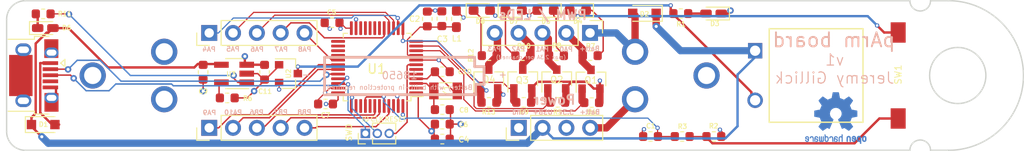
<source format=kicad_pcb>
(kicad_pcb (version 20171130) (host pcbnew "(5.1.0-0)")
  (layers (0 F.Cu signal) (1 GND signal) (2 PWR signal) (31 B.Cu signal) (34 B.Paste user) (35 F.Paste user) (36 B.SilkS user) (37 F.SilkS user) (38 B.Mask user) (39 F.Mask user) (44 Edge.Cuts user))
  (net 0 "")
  (net 1 /BUTTON)
  (net 2 GND)
  (net 3 +3V3)
  (net 4 +BATT)
  (net 5 /VIN)
  (net 6 /VUSB)
  (net 7 "Net-(D3-Pad2)")
  (net 8 "Net-(D4-Pad1)")
  (net 9 "Net-(D5-Pad1)")
  (net 10 "Net-(D6-Pad1)")
  (net 11 "Net-(D7-Pad1)")
  (net 12 "Net-(D8-Pad1)")
  (net 13 /SWDIO)
  (net 14 /SWCLK)
  (net 15 /RESET)
  (net 16 /PB7)
  (net 17 /PB6)
  (net 18 /PA10)
  (net 19 /PA9)
  (net 20 /PA8)
  (net 21 /PA7)
  (net 22 /PA6)
  (net 23 /PA5)
  (net 24 /PA4)
  (net 25 /USB_D-)
  (net 26 /USB_D+)
  (net 27 "Net-(J6-Pad2)")
  (net 28 "Net-(J6-Pad3)")
  (net 29 "Net-(J6-Pad4)")
  (net 30 "Net-(J6-Pad5)")
  (net 31 /LED1)
  (net 32 /LED2)
  (net 33 /LED3)
  (net 34 /LED4)
  (net 35 "Net-(R2-Pad1)")
  (net 36 "Net-(R6-Pad1)")
  (net 37 "Net-(R11-Pad1)")
  (net 38 "Net-(C2-Pad1)")
  (net 39 /PB8)
  (net 40 "Net-(C8-Pad1)")
  (net 41 "Net-(C10-Pad1)")
  (net 42 "Net-(D1-Pad2)")
  (module LED_SMD:LED_0603_1608Metric_Pad1.05x0.95mm_HandSolder (layer F.Cu) (at 119 93.04 180)
    (fp_text reference D4 (at 0 -1.16 180) (layer F.SilkS) (effects (font (size 0.5 0.5) (thickness 0.1))))
    (fp_text value LED_Small)
    (pad 1 smd roundrect (at -0.875 0 180) (size 1.05 0.95) (layers F.Cu F.Paste F.Mask) (net 8 "Net-(D4-Pad1)"))
    (pad 2 smd roundrect (at 0.875 0 180) (size 1.05 0.95) (layers F.Cu F.Paste F.Mask) (net 3 +3V3))
  )
  (module LED_SMD:LED_0603_1608Metric_Pad1.05x0.95mm_HandSolder (layer F.Cu) (at 115.56 93.04 180)
    (fp_text reference D5 (at -0.04 -1.16 180) (layer F.SilkS) (effects (font (size 0.5 0.5) (thickness 0.1))))
    (fp_text value LED_Small)
    (pad 2 smd roundrect (at 0.875 0 180) (size 1.05 0.95) (layers F.Cu F.Paste F.Mask) (net 3 +3V3))
    (pad 1 smd roundrect (at -0.875 0 180) (size 1.05 0.95) (layers F.Cu F.Paste F.Mask) (net 9 "Net-(D5-Pad1)"))
  )
  (module LED_SMD:LED_0603_1608Metric_Pad1.05x0.95mm_HandSolder (layer F.Cu) (at 112.16 93.04)
    (fp_text reference D7 (at 0.04 1.16) (layer F.SilkS) (effects (font (size 0.5 0.5) (thickness 0.1))))
    (fp_text value LED_Small)
    (pad 2 smd roundrect (at 0.875 0) (size 1.05 0.95) (layers F.Cu F.Paste F.Mask) (net 3 +3V3))
    (pad 1 smd roundrect (at -0.875 0) (size 1.05 0.95) (layers F.Cu F.Paste F.Mask) (net 11 "Net-(D7-Pad1)"))
  )
  (module LED_SMD:LED_0603_1608Metric_Pad1.05x0.95mm_HandSolder (layer F.Cu) (at 108.76 93.04)
    (fp_text reference D8 (at -0.16 1.16) (layer F.SilkS) (effects (font (size 0.5 0.5) (thickness 0.1))))
    (fp_text value LED_Small)
    (pad 2 smd roundrect (at 0.875 0) (size 1.05 0.95) (layers F.Cu F.Paste F.Mask) (net 3 +3V3))
    (pad 1 smd roundrect (at -0.875 0) (size 1.05 0.95) (layers F.Cu F.Paste F.Mask) (net 12 "Net-(D8-Pad1)"))
  )
  (module Resistor_SMD:R_0603_1608Metric (layer F.Cu) (at 129.975 93.375 180)
    (fp_text reference R1 (at -0.025 -1.125 180) (layer F.SilkS) (effects (font (size 0.5 0.5) (thickness 0.1))))
    (fp_text value 330)
    (pad 2 smd roundrect (at 0.7875 0 180) (size 0.875 0.95) (layers F.Cu F.Paste F.Mask) (net 5 /VIN))
    (pad 1 smd roundrect (at -0.7875 0 180) (size 0.875 0.95) (layers F.Cu F.Paste F.Mask) (net 7 "Net-(D3-Pad2)"))
  )
  (module Resistor_SMD:R_0603_1608Metric (layer F.Cu) (at 133.5 106.525)
    (fp_text reference R2 (at -0.025 -1.125) (layer F.SilkS) (effects (font (size 0.5 0.5) (thickness 0.1))))
    (fp_text value 20K)
    (pad 2 smd roundrect (at 0.7875 0) (size 0.875 0.95) (layers F.Cu F.Paste F.Mask) (net 2 GND))
    (pad 1 smd roundrect (at -0.7875 0) (size 0.875 0.95) (layers F.Cu F.Paste F.Mask) (net 35 "Net-(R2-Pad1)"))
  )
  (module Resistor_SMD:R_0603_1608Metric (layer F.Cu) (at 130.125 106.525 180)
    (fp_text reference R3 (at -0.025 1.075 180) (layer F.SilkS) (effects (font (size 0.5 0.5) (thickness 0.1))))
    (fp_text value 330)
    (pad 2 smd roundrect (at 0.7875 0 180) (size 0.875 0.95) (layers F.Cu F.Paste F.Mask) (net 1 /BUTTON))
    (pad 1 smd roundrect (at -0.7875 0 180) (size 0.875 0.95) (layers F.Cu F.Paste F.Mask) (net 35 "Net-(R2-Pad1)"))
  )
  (module Resistor_SMD:R_0603_1608Metric (layer F.Cu) (at 120.475 102.9)
    (fp_text reference R4 (at 0.025 1 180) (layer F.SilkS) (effects (font (size 0.5 0.5) (thickness 0.1))))
    (fp_text value 20k)
    (pad 2 smd roundrect (at 0.7875 0) (size 0.875 0.95) (layers F.Cu F.Paste F.Mask) (net 2 GND))
    (pad 1 smd roundrect (at -0.7875 0) (size 0.875 0.95) (layers F.Cu F.Paste F.Mask) (net 31 /LED1))
  )
  (module Resistor_SMD:R_0603_1608Metric (layer F.Cu) (at 116.85 102.875)
    (fp_text reference R5 (at 0 1.025 180) (layer F.SilkS) (effects (font (size 0.5 0.5) (thickness 0.1))))
    (fp_text value 20k)
    (pad 2 smd roundrect (at 0.7875 0) (size 0.875 0.95) (layers F.Cu F.Paste F.Mask) (net 2 GND))
    (pad 1 smd roundrect (at -0.7875 0) (size 0.875 0.95) (layers F.Cu F.Paste F.Mask) (net 32 /LED2))
  )
  (module Resistor_SMD:R_0603_1608Metric (layer F.Cu) (at 81.625 102.4)
    (fp_text reference R6 (at 2.175 0.05) (layer F.SilkS) (effects (font (size 0.5 0.5) (thickness 0.1))))
    (fp_text value 2k)
    (pad 2 smd roundrect (at 0.7875 0) (size 0.875 0.95) (layers F.Cu F.Paste F.Mask) (net 2 GND))
    (pad 1 smd roundrect (at -0.7875 0) (size 0.875 0.95) (layers F.Cu F.Paste F.Mask) (net 36 "Net-(R6-Pad1)"))
  )
  (module Resistor_SMD:R_0603_1608Metric (layer F.Cu) (at 120.325 97.875 180)
    (fp_text reference R7 (at -0.025 1.025) (layer F.SilkS) (effects (font (size 0.5 0.5) (thickness 0.1))))
    (fp_text value 270)
    (pad 2 smd roundrect (at 0.7875 0 180) (size 0.875 0.95) (layers F.Cu F.Paste F.Mask) (net 27 "Net-(J6-Pad2)"))
    (pad 1 smd roundrect (at -0.7875 0 180) (size 0.875 0.95) (layers F.Cu F.Paste F.Mask) (net 8 "Net-(D4-Pad1)"))
  )
  (module Resistor_SMD:R_0603_1608Metric (layer F.Cu) (at 116.725 97.875 180)
    (fp_text reference R8 (at -0.025 1.075) (layer F.SilkS) (effects (font (size 0.5 0.5) (thickness 0.1))))
    (fp_text value 270)
    (pad 2 smd roundrect (at 0.7875 0 180) (size 0.875 0.95) (layers F.Cu F.Paste F.Mask) (net 28 "Net-(J6-Pad3)"))
    (pad 1 smd roundrect (at -0.7875 0 180) (size 0.875 0.95) (layers F.Cu F.Paste F.Mask) (net 9 "Net-(D5-Pad1)"))
  )
  (module Resistor_SMD:R_0603_1608Metric (layer F.Cu) (at 113.225 102.875)
    (fp_text reference R9 (at 0.05 1.025 180) (layer F.SilkS) (effects (font (size 0.5 0.5) (thickness 0.1))))
    (fp_text value 20k)
    (pad 2 smd roundrect (at 0.7875 0) (size 0.875 0.95) (layers F.Cu F.Paste F.Mask) (net 2 GND))
    (pad 1 smd roundrect (at -0.7875 0) (size 0.875 0.95) (layers F.Cu F.Paste F.Mask) (net 33 /LED3))
  )
  (module Resistor_SMD:R_0603_1608Metric (layer F.Cu) (at 113.125 97.875)
    (fp_text reference R10 (at 0.125 -1.025) (layer F.SilkS) (effects (font (size 0.5 0.5) (thickness 0.1))))
    (fp_text value 270)
    (pad 2 smd roundrect (at 0.7875 0) (size 0.875 0.95) (layers F.Cu F.Paste F.Mask) (net 29 "Net-(J6-Pad4)"))
    (pad 1 smd roundrect (at -0.7875 0) (size 0.875 0.95) (layers F.Cu F.Paste F.Mask) (net 11 "Net-(D7-Pad1)"))
  )
  (module Resistor_SMD:R_0603_1608Metric (layer F.Cu) (at 109.55 97.875)
    (fp_text reference R12 (at -1.95 -0.025 90) (layer F.SilkS) (effects (font (size 0.5 0.5) (thickness 0.1))))
    (fp_text value 270)
    (pad 2 smd roundrect (at 0.7875 0) (size 0.875 0.95) (layers F.Cu F.Paste F.Mask) (net 30 "Net-(J6-Pad5)"))
    (pad 1 smd roundrect (at -0.7875 0) (size 0.875 0.95) (layers F.Cu F.Paste F.Mask) (net 12 "Net-(D8-Pad1)"))
  )
  (module Resistor_SMD:R_0603_1608Metric (layer F.Cu) (at 109.525 102.875)
    (fp_text reference R13 (at -0.025 1.025 -180) (layer F.SilkS) (effects (font (size 0.5 0.5) (thickness 0.1))))
    (fp_text value 20k)
    (pad 2 smd roundrect (at 0.7875 0) (size 0.875 0.95) (layers F.Cu F.Paste F.Mask) (net 2 GND))
    (pad 1 smd roundrect (at -0.7875 0) (size 0.875 0.95) (layers F.Cu F.Paste F.Mask) (net 34 /LED4))
  )
  (module Capacitor_SMD:C_0603_1608Metric (layer F.Cu) (at 126.75 106.525 180)
    (fp_text reference C1 (at -0.025 1.125 180) (layer F.SilkS) (effects (font (size 0.5 0.5) (thickness 0.1))))
    (fp_text value 0.1uF)
    (pad 2 smd roundrect (at 0.7875 0 180) (size 0.875 0.95) (layers F.Cu F.Paste F.Mask) (net 2 GND))
    (pad 1 smd roundrect (at -0.7875 0 180) (size 0.875 0.95) (layers F.Cu F.Paste F.Mask) (net 1 /BUTTON))
  )
  (module Capacitor_SMD:C_0603_1608Metric (layer F.Cu) (at 102.95 93.95 90)
    (fp_text reference C2 (at 0 -1.35) (layer F.SilkS) (effects (font (size 0.6 0.6) (thickness 0.1))))
    (fp_text value 1uf)
    (pad 2 smd roundrect (at 0.7875 0 90) (size 0.875 0.95) (layers F.Cu F.Paste F.Mask) (net 2 GND))
    (pad 1 smd roundrect (at -0.7875 0 90) (size 0.875 0.95) (layers F.Cu F.Paste F.Mask) (net 38 "Net-(C2-Pad1)"))
  )
  (module Capacitor_SMD:C_0603_1608Metric (layer F.Cu) (at 104.5 93.925 90)
    (fp_text reference C3 (at -2.175 0.05) (layer F.SilkS) (effects (font (size 0.6 0.6) (thickness 0.1))))
    (fp_text value 10nf)
    (pad 2 smd roundrect (at 0.7875 0 90) (size 0.875 0.95) (layers F.Cu F.Paste F.Mask) (net 2 GND))
    (pad 1 smd roundrect (at -0.7875 0 90) (size 0.875 0.95) (layers F.Cu F.Paste F.Mask) (net 38 "Net-(C2-Pad1)"))
  )
  (module Capacitor_SMD:C_0603_1608Metric (layer F.Cu) (at 104.55 106.8)
    (fp_text reference C4 (at 2.3 0.05) (layer F.SilkS) (effects (font (size 0.6 0.6) (thickness 0.1))))
    (fp_text value 100nf)
    (pad 2 smd roundrect (at 0.7875 0) (size 0.875 0.95) (layers F.Cu F.Paste F.Mask) (net 2 GND))
    (pad 1 smd roundrect (at -0.7875 0) (size 0.875 0.95) (layers F.Cu F.Paste F.Mask) (net 3 +3V3))
  )
  (module Capacitor_SMD:C_0603_1608Metric (layer F.Cu) (at 92.8 94.35 180)
    (fp_text reference C5 (at 0.05 1.1 180) (layer F.SilkS) (effects (font (size 0.5 0.5) (thickness 0.1))))
    (fp_text value 100nf)
    (pad 2 smd roundrect (at 0.7875 0 180) (size 0.875 0.95) (layers F.Cu F.Paste F.Mask) (net 2 GND))
    (pad 1 smd roundrect (at -0.7875 0 180) (size 0.875 0.95) (layers F.Cu F.Paste F.Mask) (net 3 +3V3))
  )
  (module Capacitor_SMD:C_0603_1608Metric (layer F.Cu) (at 104.55 105.2)
    (fp_text reference C6 (at 2.25 0.05 180) (layer F.SilkS) (effects (font (size 0.5 0.5) (thickness 0.1))))
    (fp_text value 100nf)
    (pad 2 smd roundrect (at 0.7875 0) (size 0.875 0.95) (layers F.Cu F.Paste F.Mask) (net 2 GND))
    (pad 1 smd roundrect (at -0.7875 0) (size 0.875 0.95) (layers F.Cu F.Paste F.Mask) (net 3 +3V3))
  )
  (module Capacitor_SMD:C_0603_1608Metric (layer F.Cu) (at 92.1 103.05 180)
    (fp_text reference C7 (at 0 -1.2 180) (layer F.SilkS) (effects (font (size 0.5 0.5) (thickness 0.1))))
    (fp_text value 4.7uF)
    (pad 2 smd roundrect (at 0.7875 0 180) (size 0.875 0.95) (layers F.Cu F.Paste F.Mask) (net 2 GND))
    (pad 1 smd roundrect (at -0.7875 0 180) (size 0.875 0.95) (layers F.Cu F.Paste F.Mask) (net 3 +3V3))
  )
  (module Capacitor_SMD:C_0603_1608Metric (layer F.Cu) (at 104.55 103.65)
    (fp_text reference C8 (at 2.3 0.05 180) (layer F.SilkS) (effects (font (size 0.5 0.5) (thickness 0.1))))
    (fp_text value 7pF)
    (pad 2 smd roundrect (at 0.7875 0) (size 0.875 0.95) (layers F.Cu F.Paste F.Mask) (net 2 GND))
    (pad 1 smd roundrect (at -0.7875 0) (size 0.875 0.95) (layers F.Cu F.Paste F.Mask) (net 40 "Net-(C8-Pad1)"))
  )
  (module Capacitor_SMD:C_0603_1608Metric (layer F.Cu) (at 104.55 99.6)
    (fp_text reference C10 (at 2.4 0) (layer F.SilkS) (effects (font (size 0.5 0.5) (thickness 0.1))))
    (fp_text value 7pF)
    (pad 2 smd roundrect (at 0.7875 0) (size 0.875 0.95) (layers F.Cu F.Paste F.Mask) (net 2 GND))
    (pad 1 smd roundrect (at -0.7875 0) (size 0.875 0.95) (layers F.Cu F.Paste F.Mask) (net 41 "Net-(C10-Pad1)"))
  )
  (module Capacitor_SMD:C_0603_1608Metric (layer F.Cu) (at 85.6 99.65 270)
    (fp_text reference C11 (at 2.05 -0.05) (layer F.SilkS) (effects (font (size 0.5 0.5) (thickness 0.1))))
    (fp_text value 4.7uF)
    (pad 2 smd roundrect (at 0.7875 0 270) (size 0.875 0.95) (layers F.Cu F.Paste F.Mask) (net 2 GND))
    (pad 1 smd roundrect (at -0.7875 0 270) (size 0.875 0.95) (layers F.Cu F.Paste F.Mask) (net 4 +BATT))
  )
  (module Capacitor_SMD:C_0603_1608Metric (layer F.Cu) (at 79.05 99.65 270)
    (fp_text reference C9 (at 2.05 0) (layer F.SilkS) (effects (font (size 0.5 0.5) (thickness 0.1))))
    (fp_text value 4.7uF)
    (pad 2 smd roundrect (at 0.7875 0 270) (size 0.875 0.95) (layers F.Cu F.Paste F.Mask) (net 2 GND))
    (pad 1 smd roundrect (at -0.7875 0 270) (size 0.875 0.95) (layers F.Cu F.Paste F.Mask) (net 6 /VUSB))
  )
  (module Diode_SMD:D_SOD-323_HandSoldering (layer F.Cu) (at 62 105.25)
    (fp_text reference D1 (at 0.025 -0.025) (layer F.SilkS) (effects (font (size 0.5 0.5) (thickness 0.1))))
    (fp_text value 20V2A)
    (pad 2 smd rect (at 1.25 0) (size 1 1) (layers F.Cu F.Paste F.Mask) (net 42 "Net-(D1-Pad2)"))
    (pad 1 smd rect (at -1.25 0) (size 1 1) (layers F.Cu F.Paste F.Mask) (net 6 /VUSB))
  )
  (module Diode_SMD:D_SOD-323_HandSoldering (layer F.Cu) (at 126.1 93.35 180)
    (fp_text reference D2 (at 0 -0.075 180) (layer F.SilkS) (effects (font (size 0.5 0.5) (thickness 0.1))))
    (fp_text value 20V2A)
    (pad 2 smd rect (at 1.25 0 180) (size 1 1) (layers F.Cu F.Paste F.Mask) (net 4 +BATT))
    (pad 1 smd rect (at -1.25 0 180) (size 1 1) (layers F.Cu F.Paste F.Mask) (net 6 /VUSB))
  )
  (module Inductor_SMD:L_0603_1608Metric_Pad1.05x0.95mm_HandSolder (layer F.Cu) (at 106.05 93.95 90)
    (fp_text reference L1 (at -2.1 0.05) (layer F.SilkS) (effects (font (size 0.6 0.6) (thickness 0.1))))
    (fp_text value Bead)
    (pad 2 smd roundrect (at 0.874999 0 90) (size 1.05 0.95) (layers F.Cu F.Paste F.Mask) (net 3 +3V3))
    (pad 1 smd roundrect (at -0.874999 0 90) (size 1.05 0.95) (layers F.Cu F.Paste F.Mask) (net 38 "Net-(C2-Pad1)"))
  )
  (module Jeremy:Battery_Clips_18650 (layer F.Cu) (at 100 100)
    (fp_text reference J2 hide)
    (fp_text value Battery hide)
    (fp_text user "Battery with built-in protection required" (at 0 1.27) (layer B.SilkS) (effects (font (size 0.5 0.5) (thickness 0.08)) (justify mirror)))
    (fp_text user - (at -10 -0.1016) (layer B.SilkS) (effects (font (size 0.7 0.7) (thickness 0.1)) (justify mirror)))
    (fp_text user + (at 11 -0.1016) (layer B.SilkS) (effects (font (size 0.7 0.7) (thickness 0.1)) (justify mirror)))
    (fp_text user 18650 (at 0 0) (layer B.SilkS) (effects (font (size 0.8 0.8) (thickness 0.1)) (justify mirror)))
    (pad 2 thru_hole circle (at -25.1 -2.54) (size 2.8 2.8) (drill 1.83) (layers *.Cu *.Mask) (net 2 GND))
    (pad 2 thru_hole circle (at -25.1 2.54) (size 2.8 2.8) (drill 1.83) (layers *.Cu *.Mask) (net 2 GND))
    (pad 1 thru_hole circle (at 25.1 -2.54) (size 2.8 2.8) (drill 1.83) (layers *.Cu *.Mask) (net 4 +BATT))
    (pad 1 thru_hole circle (at 25.1 2.54) (size 2.8 2.8) (drill 1.83) (layers *.Cu *.Mask) (net 4 +BATT))
    (pad 1 thru_hole circle (at 32.72 0) (size 2.8 2.8) (drill 1.83) (layers *.Cu *.Mask) (net 4 +BATT))
    (pad 2 thru_hole circle (at -32.72 0) (size 2.8 2.8) (drill 1.83) (layers *.Cu *.Mask) (net 2 GND))
  )
  (module Resistor_SMD:R_0603_1608Metric (layer F.Cu) (at 62 93.41 180)
    (fp_text reference R11 (at -2.3 0.01 180) (layer F.SilkS) (effects (font (size 0.5 0.5) (thickness 0.1))))
    (fp_text value 430)
    (pad 1 smd roundrect (at -0.7875 0 180) (size 0.875 0.95) (layers F.Cu F.Paste F.Mask) (net 37 "Net-(R11-Pad1)"))
    (pad 2 smd roundrect (at 0.7875 0 180) (size 0.875 0.95) (layers F.Cu F.Paste F.Mask) (net 10 "Net-(D6-Pad1)"))
  )
  (module Symbol:OSHW-Logo2_7.3x6mm_Copper (layer B.Cu) (at 146.5 104.55 180)
    (fp_text reference REF** hide)
    (fp_text value OSHW-Logo2_7.3x6mm_Copper hide)
    (fp_poly (pts (xy 0.10391 2.757652) (xy 0.182454 2.757222) (xy 0.239298 2.756058) (xy 0.278105 2.753793) (xy 0.302538 2.75006) (xy 0.316262 2.744494) (xy 0.32294 2.736727) (xy 0.326236 2.726395) (xy 0.326556 2.725057) (xy 0.331562 2.700921) (xy 0.340829 2.653299) (xy 0.353392 2.587259) (xy 0.368287 2.507872) (xy 0.384551 2.420204) (xy 0.385119 2.417125) (xy 0.40141 2.331211) (xy 0.416652 2.255304) (xy 0.429861 2.193955) (xy 0.440054 2.151718) (xy 0.446248 2.133145) (xy 0.446543 2.132816) (xy 0.464788 2.123747) (xy 0.502405 2.108633) (xy 0.551271 2.090738) (xy 0.551543 2.090642) (xy 0.613093 2.067507) (xy 0.685657 2.038035) (xy 0.754057 2.008403) (xy 0.757294 2.006938) (xy 0.868702 1.956374) (xy 1.115399 2.12484) (xy 1.191077 2.176197) (xy 1.259631 2.222111) (xy 1.317088 2.25997) (xy 1.359476 2.287163) (xy 1.382825 2.301079) (xy 1.385042 2.302111) (xy 1.40201 2.297516) (xy 1.433701 2.275345) (xy 1.481352 2.234553) (xy 1.546198 2.174095) (xy 1.612397 2.109773) (xy 1.676214 2.046388) (xy 1.733329 1.988549) (xy 1.780305 1.939825) (xy 1.813703 1.90379) (xy 1.830085 1.884016) (xy 1.830694 1.882998) (xy 1.832505 1.869428) (xy 1.825683 1.847267) (xy 1.80854 1.813522) (xy 1.779393 1.7652) (xy 1.736555 1.699308) (xy 1.679448 1.614483) (xy 1.628766 1.539823) (xy 1.583461 1.47286) (xy 1.54615 1.417484) (xy 1.519452 1.37758) (xy 1.505985 1.357038) (xy 1.505137 1.355644) (xy 1.506781 1.335962) (xy 1.519245 1.297707) (xy 1.540048 1.248111) (xy 1.547462 1.232272) (xy 1.579814 1.16171) (xy 1.614328 1.081647) (xy 1.642365 1.012371) (xy 1.662568 0.960955) (xy 1.678615 0.921881) (xy 1.687888 0.901459) (xy 1.689041 0.899886) (xy 1.706096 0.897279) (xy 1.746298 0.890137) (xy 1.804302 0.879477) (xy 1.874763 0.866315) (xy 1.952335 0.851667) (xy 2.031672 0.836551) (xy 2.107431 0.821982) (xy 2.174264 0.808978) (xy 2.226828 0.798555) (xy 2.259776 0.79173) (xy 2.267857 0.789801) (xy 2.276205 0.785038) (xy 2.282506 0.774282) (xy 2.287045 0.753902) (xy 2.290104 0.720266) (xy 2.291967 0.669745) (xy 2.292918 0.598708) (xy 2.29324 0.503524) (xy 2.293257 0.464508) (xy 2.293257 0.147201) (xy 2.217057 0.132161) (xy 2.174663 0.124005) (xy 2.1114 0.112101) (xy 2.034962 0.097884) (xy 1.953043 0.08279) (xy 1.9304 0.078645) (xy 1.854806 0.063947) (xy 1.788953 0.049495) (xy 1.738366 0.036625) (xy 1.708574 0.026678) (xy 1.703612 0.023713) (xy 1.691426 0.002717) (xy 1.673953 -0.037967) (xy 1.654577 -0.090322) (xy 1.650734 -0.1016) (xy 1.625339 -0.171523) (xy 1.593817 -0.250418) (xy 1.562969 -0.321266) (xy 1.562817 -0.321595) (xy 1.511447 -0.432733) (xy 1.680399 -0.681253) (xy 1.849352 -0.929772) (xy 1.632429 -1.147058) (xy 1.566819 -1.211726) (xy 1.506979 -1.268733) (xy 1.456267 -1.315033) (xy 1.418046 -1.347584) (xy 1.395675 -1.363343) (xy 1.392466 -1.364343) (xy 1.373626 -1.356469) (xy 1.33518 -1.334578) (xy 1.28133 -1.301267) (xy 1.216276 -1.259131) (xy 1.14594 -1.211943) (xy 1.074555 -1.16381) (xy 1.010908 -1.121928) (xy 0.959041 -1.088871) (xy 0.922995 -1.067218) (xy 0.906867 -1.059543) (xy 0.887189 -1.066037) (xy 0.849875 -1.08315) (xy 0.802621 -1.107326) (xy 0.797612 -1.110013) (xy 0.733977 -1.141927) (xy 0.690341 -1.157579) (xy 0.663202 -1.157745) (xy 0.649057 -1.143204) (xy 0.648975 -1.143) (xy 0.641905 -1.125779) (xy 0.625042 -1.084899) (xy 0.599695 -1.023525) (xy 0.567171 -0.944819) (xy 0.528778 -0.851947) (xy 0.485822 -0.748072) (xy 0.444222 -0.647502) (xy 0.398504 -0.536516) (xy 0.356526 -0.433703) (xy 0.319548 -0.342215) (xy 0.288827 -0.265201) (xy 0.265622 -0.205815) (xy 0.25119 -0.167209) (xy 0.246743 -0.1528) (xy 0.257896 -0.136272) (xy 0.287069 -0.10993) (xy 0.325971 -0.080887) (xy 0.436757 0.010961) (xy 0.523351 0.116241) (xy 0.584716 0.232734) (xy 0.619815 0.358224) (xy 0.627608 0.490493) (xy 0.621943 0.551543) (xy 0.591078 0.678205) (xy 0.53792 0.790059) (xy 0.465767 0.885999) (xy 0.377917 0.964924) (xy 0.277665 1.02573) (xy 0.16831 1.067313) (xy 0.053147 1.088572) (xy -0.064525 1.088401) (xy -0.18141 1.065699) (xy -0.294211 1.019362) (xy -0.399631 0.948287) (xy -0.443632 0.908089) (xy -0.528021 0.804871) (xy -0.586778 0.692075) (xy -0.620296 0.57299) (xy -0.628965 0.450905) (xy -0.613177 0.329107) (xy -0.573322 0.210884) (xy -0.509793 0.099525) (xy -0.422979 -0.001684) (xy -0.325971 -0.080887) (xy -0.285563 -0.111162) (xy -0.257018 -0.137219) (xy -0.246743 -0.152825) (xy -0.252123 -0.169843) (xy -0.267425 -0.2105) (xy -0.291388 -0.271642) (xy -0.322756 -0.350119) (xy -0.360268 -0.44278) (xy -0.402667 -0.546472) (xy -0.444337 -0.647526) (xy -0.49031 -0.758607) (xy -0.532893 -0.861541) (xy -0.570779 -0.953165) (xy -0.60266 -1.030316) (xy -0.627229 -1.089831) (xy -0.64318 -1.128544) (xy -0.64909 -1.143) (xy -0.663052 -1.157685) (xy -0.69006 -1.157642) (xy -0.733587 -1.142099) (xy -0.79711 -1.110284) (xy -0.797612 -1.110013) (xy -0.84544 -1.085323) (xy -0.884103 -1.067338) (xy -0.905905 -1.059614) (xy -0.906867 -1.059543) (xy -0.923279 -1.067378) (xy -0.959513 -1.089165) (xy -1.011526 -1.122328) (xy -1.075275 -1.164291) (xy -1.14594 -1.211943) (xy -1.217884 -1.260191) (xy -1.282726 -1.302151) (xy -1.336265 -1.335227) (xy -1.374303 -1.356821) (xy -1.392467 -1.364343) (xy -1.409192 -1.354457) (xy -1.44282 -1.326826) (xy -1.48999 -1.284495) (xy -1.547342 -1.230505) (xy -1.611516 -1.167899) (xy -1.632503 -1.146983) (xy -1.849501 -0.929623) (xy -1.684332 -0.68722) (xy -1.634136 -0.612781) (xy -1.590081 -0.545972) (xy -1.554638 -0.490665) (xy -1.530281 -0.450729) (xy -1.519478 -0.430036) (xy -1.519162 -0.428563) (xy -1.524857 -0.409058) (xy -1.540174 -0.369822) (xy -1.562463 -0.31743) (xy -1.578107 -0.282355) (xy -1.607359 -0.215201) (xy -1.634906 -0.147358) (xy -1.656263 -0.090034) (xy -1.662065 -0.072572) (xy -1.678548 -0.025938) (xy -1.69466 0.010095) (xy -1.70351 0.023713) (xy -1.72304 0.032048) (xy -1.765666 0.043863) (xy -1.825855 0.057819) (xy -1.898078 0.072578) (xy -1.9304 0.078645) (xy -2.012478 0.093727) (xy -2.091205 0.108331) (xy -2.158891 0.12102) (xy -2.20784 0.130358) (xy -2.217057 0.132161) (xy -2.293257 0.147201) (xy -2.293257 0.464508) (xy -2.293086 0.568846) (xy -2.292384 0.647787) (xy -2.290866 0.704962) (xy -2.288251 0.744001) (xy -2.284254 0.768535) (xy -2.278591 0.782195) (xy -2.27098 0.788611) (xy -2.267857 0.789801) (xy -2.249022 0.79402) (xy -2.207412 0.802438) (xy -2.14837 0.814039) (xy -2.077243 0.827805) (xy -1.999375 0.84272) (xy -1.920113 0.857768) (xy -1.844802 0.871931) (xy -1.778787 0.884194) (xy -1.727413 0.893539) (xy -1.696025 0.89895) (xy -1.689041 0.899886) (xy -1.682715 0.912404) (xy -1.66871 0.945754) (xy -1.649645 0.993623) (xy -1.642366 1.012371) (xy -1.613004 1.084805) (xy -1.578429 1.16483) (xy -1.547463 1.232272) (xy -1.524677 1.283841) (xy -1.509518 1.326215) (xy -1.504458 1.352166) (xy -1.505264 1.355644) (xy -1.515959 1.372064) (xy -1.54038 1.408583) (xy -1.575905 1.461313) (xy -1.619913 1.526365) (xy -1.669783 1.599849) (xy -1.679644 1.614355) (xy -1.737508 1.700296) (xy -1.780044 1.765739) (xy -1.808946 1.813696) (xy -1.82591 1.84718) (xy -1.832633 1.869205) (xy -1.83081 1.882783) (xy -1.830764 1.882869) (xy -1.816414 1.900703) (xy -1.784677 1.935183) (xy -1.73899 1.982732) (xy -1.682796 2.039778) (xy -1.619532 2.102745) (xy -1.612398 2.109773) (xy -1.53267 2.18698) (xy -1.471143 2.24367) (xy -1.426579 2.28089) (xy -1.397743 2.299685) (xy -1.385042 2.302111) (xy -1.366506 2.291529) (xy -1.328039 2.267084) (xy -1.273614 2.231388) (xy -1.207202 2.187053) (xy -1.132775 2.136689) (xy -1.115399 2.12484) (xy -0.868703 1.956374) (xy -0.757294 2.006938) (xy -0.689543 2.036405) (xy -0.616817 2.066041) (xy -0.554297 2.08967) (xy -0.551543 2.090642) (xy -0.50264 2.108543) (xy -0.464943 2.12368) (xy -0.446575 2.13279) (xy -0.446544 2.132816) (xy -0.440715 2.149283) (xy -0.430808 2.189781) (xy -0.417805 2.249758) (xy -0.402691 2.32466) (xy -0.386448 2.409936) (xy -0.385119 2.417125) (xy -0.368825 2.504986) (xy -0.353867 2.58474) (xy -0.341209 2.651319) (xy -0.331814 2.699653) (xy -0.326646 2.724675) (xy -0.326556 2.725057) (xy -0.323411 2.735701) (xy -0.317296 2.743738) (xy -0.304547 2.749533) (xy -0.2815 2.753453) (xy -0.244491 2.755865) (xy -0.189856 2.757135) (xy -0.113933 2.757629) (xy -0.013056 2.757714) (xy 0 2.757714) (xy 0.10391 2.757652)) (layer B.Cu) (width 0.01))
    (fp_poly (pts (xy 3.153595 -1.966966) (xy 3.211021 -2.004497) (xy 3.238719 -2.038096) (xy 3.260662 -2.099064) (xy 3.262405 -2.147308) (xy 3.258457 -2.211816) (xy 3.109686 -2.276934) (xy 3.037349 -2.310202) (xy 2.990084 -2.336964) (xy 2.965507 -2.360144) (xy 2.961237 -2.382667) (xy 2.974889 -2.407455) (xy 2.989943 -2.423886) (xy 3.033746 -2.450235) (xy 3.081389 -2.452081) (xy 3.125145 -2.431546) (xy 3.157289 -2.390752) (xy 3.163038 -2.376347) (xy 3.190576 -2.331356) (xy 3.222258 -2.312182) (xy 3.265714 -2.295779) (xy 3.265714 -2.357966) (xy 3.261872 -2.400283) (xy 3.246823 -2.435969) (xy 3.21528 -2.476943) (xy 3.210592 -2.482267) (xy 3.175506 -2.51872) (xy 3.145347 -2.538283) (xy 3.107615 -2.547283) (xy 3.076335 -2.55023) (xy 3.020385 -2.550965) (xy 2.980555 -2.54166) (xy 2.955708 -2.527846) (xy 2.916656 -2.497467) (xy 2.889625 -2.464613) (xy 2.872517 -2.423294) (xy 2.863238 -2.367521) (xy 2.859693 -2.291305) (xy 2.85941 -2.252622) (xy 2.860372 -2.206247) (xy 2.948007 -2.206247) (xy 2.949023 -2.231126) (xy 2.951556 -2.2352) (xy 2.968274 -2.229665) (xy 3.004249 -2.215017) (xy 3.052331 -2.19419) (xy 3.062386 -2.189714) (xy 3.123152 -2.158814) (xy 3.156632 -2.131657) (xy 3.16399 -2.10622) (xy 3.146391 -2.080481) (xy 3.131856 -2.069109) (xy 3.07941 -2.046364) (xy 3.030322 -2.050122) (xy 2.989227 -2.077884) (xy 2.960758 -2.127152) (xy 2.951631 -2.166257) (xy 2.948007 -2.206247) (xy 2.860372 -2.206247) (xy 2.861285 -2.162249) (xy 2.868196 -2.095384) (xy 2.881884 -2.046695) (xy 2.904096 -2.010849) (xy 2.936574 -1.982513) (xy 2.950733 -1.973355) (xy 3.015053 -1.949507) (xy 3.085473 -1.948006) (xy 3.153595 -1.966966)) (layer B.Cu) (width 0.01))
    (fp_poly (pts (xy 2.6526 -1.958752) (xy 2.669948 -1.966334) (xy 2.711356 -1.999128) (xy 2.746765 -2.046547) (xy 2.768664 -2.097151) (xy 2.772229 -2.122098) (xy 2.760279 -2.156927) (xy 2.734067 -2.175357) (xy 2.705964 -2.186516) (xy 2.693095 -2.188572) (xy 2.686829 -2.173649) (xy 2.674456 -2.141175) (xy 2.669028 -2.126502) (xy 2.63859 -2.075744) (xy 2.59452 -2.050427) (xy 2.53801 -2.051206) (xy 2.533825 -2.052203) (xy 2.503655 -2.066507) (xy 2.481476 -2.094393) (xy 2.466327 -2.139287) (xy 2.45725 -2.204615) (xy 2.453286 -2.293804) (xy 2.452914 -2.341261) (xy 2.45273 -2.416071) (xy 2.451522 -2.467069) (xy 2.448309 -2.499471) (xy 2.442109 -2.518495) (xy 2.43194 -2.529356) (xy 2.416819 -2.537272) (xy 2.415946 -2.53767) (xy 2.386828 -2.549981) (xy 2.372403 -2.554514) (xy 2.370186 -2.540809) (xy 2.368289 -2.502925) (xy 2.366847 -2.445715) (xy 2.365998 -2.374027) (xy 2.365829 -2.321565) (xy 2.366692 -2.220047) (xy 2.37007 -2.143032) (xy 2.377142 -2.086023) (xy 2.389088 -2.044526) (xy 2.40709 -2.014043) (xy 2.432327 -1.99008) (xy 2.457247 -1.973355) (xy 2.517171 -1.951097) (xy 2.586911 -1.946076) (xy 2.6526 -1.958752)) (layer B.Cu) (width 0.01))
    (fp_poly (pts (xy 2.144876 -1.956335) (xy 2.186667 -1.975344) (xy 2.219469 -1.998378) (xy 2.243503 -2.024133) (xy 2.260097 -2.057358) (xy 2.270577 -2.1028) (xy 2.276271 -2.165207) (xy 2.278507 -2.249327) (xy 2.278743 -2.304721) (xy 2.278743 -2.520826) (xy 2.241774 -2.53767) (xy 2.212656 -2.549981) (xy 2.198231 -2.554514) (xy 2.195472 -2.541025) (xy 2.193282 -2.504653) (xy 2.191942 -2.451542) (xy 2.191657 -2.409372) (xy 2.190434 -2.348447) (xy 2.187136 -2.300115) (xy 2.182321 -2.270518) (xy 2.178496 -2.264229) (xy 2.152783 -2.270652) (xy 2.112418 -2.287125) (xy 2.065679 -2.309458) (xy 2.020845 -2.333457) (xy 1.986193 -2.35493) (xy 1.970002 -2.369685) (xy 1.969938 -2.369845) (xy 1.97133 -2.397152) (xy 1.983818 -2.423219) (xy 2.005743 -2.444392) (xy 2.037743 -2.451474) (xy 2.065092 -2.450649) (xy 2.103826 -2.450042) (xy 2.124158 -2.459116) (xy 2.136369 -2.483092) (xy 2.137909 -2.487613) (xy 2.143203 -2.521806) (xy 2.129047 -2.542568) (xy 2.092148 -2.552462) (xy 2.052289 -2.554292) (xy 1.980562 -2.540727) (xy 1.943432 -2.521355) (xy 1.897576 -2.475845) (xy 1.873256 -2.419983) (xy 1.871073 -2.360957) (xy 1.891629 -2.305953) (xy 1.922549 -2.271486) (xy 1.95342 -2.252189) (xy 2.001942 -2.227759) (xy 2.058485 -2.202985) (xy 2.06791 -2.199199) (xy 2.130019 -2.171791) (xy 2.165822 -2.147634) (xy 2.177337 -2.123619) (xy 2.16658 -2.096635) (xy 2.148114 -2.075543) (xy 2.104469 -2.049572) (xy 2.056446 -2.047624) (xy 2.012406 -2.067637) (xy 1.980709 -2.107551) (xy 1.976549 -2.117848) (xy 1.952327 -2.155724) (xy 1.916965 -2.183842) (xy 1.872343 -2.206917) (xy 1.872343 -2.141485) (xy 1.874969 -2.101506) (xy 1.88623 -2.069997) (xy 1.911199 -2.036378) (xy 1.935169 -2.010484) (xy 1.972441 -1.973817) (xy 2.001401 -1.954121) (xy 2.032505 -1.94622) (xy 2.067713 -1.944914) (xy 2.144876 -1.956335)) (layer B.Cu) (width 0.01))
    (fp_poly (pts (xy 1.779833 -1.958663) (xy 1.782048 -1.99685) (xy 1.783784 -2.054886) (xy 1.784899 -2.12818) (xy 1.785257 -2.205055) (xy 1.785257 -2.465196) (xy 1.739326 -2.511127) (xy 1.707675 -2.539429) (xy 1.67989 -2.550893) (xy 1.641915 -2.550168) (xy 1.62684 -2.548321) (xy 1.579726 -2.542948) (xy 1.540756 -2.539869) (xy 1.531257 -2.539585) (xy 1.499233 -2.541445) (xy 1.453432 -2.546114) (xy 1.435674 -2.548321) (xy 1.392057 -2.551735) (xy 1.362745 -2.54432) (xy 1.33368 -2.521427) (xy 1.323188 -2.511127) (xy 1.277257 -2.465196) (xy 1.277257 -1.978602) (xy 1.314226 -1.961758) (xy 1.346059 -1.949282) (xy 1.364683 -1.944914) (xy 1.369458 -1.958718) (xy 1.373921 -1.997286) (xy 1.377775 -2.056356) (xy 1.380722 -2.131663) (xy 1.382143 -2.195286) (xy 1.386114 -2.445657) (xy 1.420759 -2.450556) (xy 1.452268 -2.447131) (xy 1.467708 -2.436041) (xy 1.472023 -2.415308) (xy 1.475708 -2.371145) (xy 1.478469 -2.309146) (xy 1.480012 -2.234909) (xy 1.480235 -2.196706) (xy 1.480457 -1.976783) (xy 1.526166 -1.960849) (xy 1.558518 -1.950015) (xy 1.576115 -1.944962) (xy 1.576623 -1.944914) (xy 1.578388 -1.958648) (xy 1.580329 -1.99673) (xy 1.582282 -2.054482) (xy 1.584084 -2.127227) (xy 1.585343 -2.195286) (xy 1.589314 -2.445657) (xy 1.6764 -2.445657) (xy 1.680396 -2.21724) (xy 1.684392 -1.988822) (xy 1.726847 -1.966868) (xy 1.758192 -1.951793) (xy 1.776744 -1.944951) (xy 1.777279 -1.944914) (xy 1.779833 -1.958663)) (layer B.Cu) (width 0.01))
    (fp_poly (pts (xy 1.190117 -2.065358) (xy 1.189933 -2.173837) (xy 1.189219 -2.257287) (xy 1.187675 -2.319704) (xy 1.185001 -2.365085) (xy 1.180894 -2.397429) (xy 1.175055 -2.420733) (xy 1.167182 -2.438995) (xy 1.161221 -2.449418) (xy 1.111855 -2.505945) (xy 1.049264 -2.541377) (xy 0.980013 -2.55409) (xy 0.910668 -2.542463) (xy 0.869375 -2.521568) (xy 0.826025 -2.485422) (xy 0.796481 -2.441276) (xy 0.778655 -2.383462) (xy 0.770463 -2.306313) (xy 0.769302 -2.249714) (xy 0.769458 -2.245647) (xy 0.870857 -2.245647) (xy 0.871476 -2.31055) (xy 0.874314 -2.353514) (xy 0.88084 -2.381622) (xy 0.892523 -2.401953) (xy 0.906483 -2.417288) (xy 0.953365 -2.44689) (xy 1.003701 -2.449419) (xy 1.051276 -2.424705) (xy 1.054979 -2.421356) (xy 1.070783 -2.403935) (xy 1.080693 -2.383209) (xy 1.086058 -2.352362) (xy 1.088228 -2.304577) (xy 1.088571 -2.251748) (xy 1.087827 -2.185381) (xy 1.084748 -2.141106) (xy 1.078061 -2.112009) (xy 1.066496 -2.091173) (xy 1.057013 -2.080107) (xy 1.01296 -2.052198) (xy 0.962224 -2.048843) (xy 0.913796 -2.070159) (xy 0.90445 -2.078073) (xy 0.88854 -2.095647) (xy 0.87861 -2.116587) (xy 0.873278 -2.147782) (xy 0.871163 -2.196122) (xy 0.870857 -2.245647) (xy 0.769458 -2.245647) (xy 0.77281 -2.158568) (xy 0.784726 -2.090086) (xy 0.807135 -2.0386) (xy 0.842124 -1.998443) (xy 0.869375 -1.977861) (xy 0.918907 -1.955625) (xy 0.976316 -1.945304) (xy 1.029682 -1.948067) (xy 1.059543 -1.959212) (xy 1.071261 -1.962383) (xy 1.079037 -1.950557) (xy 1.084465 -1.918866) (xy 1.088571 -1.870593) (xy 1.093067 -1.816829) (xy 1.099313 -1.784482) (xy 1.110676 -1.765985) (xy 1.130528 -1.75377) (xy 1.143 -1.748362) (xy 1.190171 -1.728601) (xy 1.190117 -2.065358)) (layer B.Cu) (width 0.01))
    (fp_poly (pts (xy 0.529926 -1.949755) (xy 0.595858 -1.974084) (xy 0.649273 -2.017117) (xy 0.670164 -2.047409) (xy 0.692939 -2.102994) (xy 0.692466 -2.143186) (xy 0.668562 -2.170217) (xy 0.659717 -2.174813) (xy 0.62153 -2.189144) (xy 0.602028 -2.185472) (xy 0.595422 -2.161407) (xy 0.595086 -2.148114) (xy 0.582992 -2.09921) (xy 0.551471 -2.064999) (xy 0.507659 -2.048476) (xy 0.458695 -2.052634) (xy 0.418894 -2.074227) (xy 0.40545 -2.086544) (xy 0.395921 -2.101487) (xy 0.389485 -2.124075) (xy 0.385317 -2.159328) (xy 0.382597 -2.212266) (xy 0.380502 -2.287907) (xy 0.37996 -2.311857) (xy 0.377981 -2.39379) (xy 0.375731 -2.451455) (xy 0.372357 -2.489608) (xy 0.367006 -2.513004) (xy 0.358824 -2.526398) (xy 0.346959 -2.534545) (xy 0.339362 -2.538144) (xy 0.307102 -2.550452) (xy 0.288111 -2.554514) (xy 0.281836 -2.540948) (xy 0.278006 -2.499934) (xy 0.2766 -2.430999) (xy 0.277598 -2.333669) (xy 0.277908 -2.318657) (xy 0.280101 -2.229859) (xy 0.282693 -2.165019) (xy 0.286382 -2.119067) (xy 0.291864 -2.086935) (xy 0.299835 -2.063553) (xy 0.310993 -2.043852) (xy 0.31683 -2.03541) (xy 0.350296 -1.998057) (xy 0.387727 -1.969003) (xy 0.392309 -1.966467) (xy 0.459426 -1.946443) (xy 0.529926 -1.949755)) (layer B.Cu) (width 0.01))
    (fp_poly (pts (xy 0.039744 -1.950968) (xy 0.096616 -1.972087) (xy 0.097267 -1.972493) (xy 0.13244 -1.99838) (xy 0.158407 -2.028633) (xy 0.17667 -2.068058) (xy 0.188732 -2.121462) (xy 0.196096 -2.193651) (xy 0.200264 -2.289432) (xy 0.200629 -2.303078) (xy 0.205876 -2.508842) (xy 0.161716 -2.531678) (xy 0.129763 -2.54711) (xy 0.11047 -2.554423) (xy 0.109578 -2.554514) (xy 0.106239 -2.541022) (xy 0.103587 -2.504626) (xy 0.101956 -2.451452) (xy 0.1016 -2.408393) (xy 0.101592 -2.338641) (xy 0.098403 -2.294837) (xy 0.087288 -2.273944) (xy 0.063501 -2.272925) (xy 0.022296 -2.288741) (xy -0.039914 -2.317815) (xy -0.085659 -2.341963) (xy -0.109187 -2.362913) (xy -0.116104 -2.385747) (xy -0.116114 -2.386877) (xy -0.104701 -2.426212) (xy -0.070908 -2.447462) (xy -0.019191 -2.450539) (xy 0.018061 -2.450006) (xy 0.037703 -2.460735) (xy 0.049952 -2.486505) (xy 0.057002 -2.519337) (xy 0.046842 -2.537966) (xy 0.043017 -2.540632) (xy 0.007001 -2.55134) (xy -0.043434 -2.552856) (xy -0.095374 -2.545759) (xy -0.132178 -2.532788) (xy -0.183062 -2.489585) (xy -0.211986 -2.429446) (xy -0.217714 -2.382462) (xy -0.213343 -2.340082) (xy -0.197525 -2.305488) (xy -0.166203 -2.274763) (xy -0.115322 -2.24399) (xy -0.040824 -2.209252) (xy -0.036286 -2.207288) (xy 0.030821 -2.176287) (xy 0.072232 -2.150862) (xy 0.089981 -2.128014) (xy 0.086107 -2.104745) (xy 0.062643 -2.078056) (xy 0.055627 -2.071914) (xy 0.00863 -2.0481) (xy -0.040067 -2.049103) (xy -0.082478 -2.072451) (xy -0.110616 -2.115675) (xy -0.113231 -2.12416) (xy -0.138692 -2.165308) (xy -0.170999 -2.185128) (xy -0.217714 -2.20477) (xy -0.217714 -2.15395) (xy -0.203504 -2.080082) (xy -0.161325 -2.012327) (xy -0.139376 -1.989661) (xy -0.089483 -1.960569) (xy -0.026033 -1.9474) (xy 0.039744 -1.950968)) (layer B.Cu) (width 0.01))
    (fp_poly (pts (xy -0.624114 -1.851289) (xy -0.619861 -1.910613) (xy -0.614975 -1.945572) (xy -0.608205 -1.96082) (xy -0.598298 -1.961015) (xy -0.595086 -1.959195) (xy -0.552356 -1.946015) (xy -0.496773 -1.946785) (xy -0.440263 -1.960333) (xy -0.404918 -1.977861) (xy -0.368679 -2.005861) (xy -0.342187 -2.037549) (xy -0.324001 -2.077813) (xy -0.312678 -2.131543) (xy -0.306778 -2.203626) (xy -0.304857 -2.298951) (xy -0.304823 -2.317237) (xy -0.3048 -2.522646) (xy -0.350509 -2.53858) (xy -0.382973 -2.54942) (xy -0.400785 -2.554468) (xy -0.401309 -2.554514) (xy -0.403063 -2.540828) (xy -0.404556 -2.503076) (xy -0.405674 -2.446224) (xy -0.406303 -2.375234) (xy -0.4064 -2.332073) (xy -0.406602 -2.246973) (xy -0.407642 -2.185981) (xy -0.410169 -2.144177) (xy -0.414836 -2.116642) (xy -0.422293 -2.098456) (xy -0.433189 -2.084698) (xy -0.439993 -2.078073) (xy -0.486728 -2.051375) (xy -0.537728 -2.049375) (xy -0.583999 -2.071955) (xy -0.592556 -2.080107) (xy -0.605107 -2.095436) (xy -0.613812 -2.113618) (xy -0.619369 -2.139909) (xy -0.622474 -2.179562) (xy -0.623824 -2.237832) (xy -0.624114 -2.318173) (xy -0.624114 -2.522646) (xy -0.669823 -2.53858) (xy -0.702287 -2.54942) (xy -0.720099 -2.554468) (xy -0.720623 -2.554514) (xy -0.721963 -2.540623) (xy -0.723172 -2.501439) (xy -0.724199 -2.4407) (xy -0.724998 -2.362141) (xy -0.725519 -2.269498) (xy -0.725714 -2.166509) (xy -0.725714 -1.769342) (xy -0.678543 -1.749444) (xy -0.631371 -1.729547) (xy -0.624114 -1.851289)) (layer B.Cu) (width 0.01))
    (fp_poly (pts (xy -1.831697 -1.931239) (xy -1.774473 -1.969735) (xy -1.730251 -2.025335) (xy -1.703833 -2.096086) (xy -1.69849 -2.148162) (xy -1.699097 -2.169893) (xy -1.704178 -2.186531) (xy -1.718145 -2.201437) (xy -1.745411 -2.217973) (xy -1.790388 -2.239498) (xy -1.857489 -2.269374) (xy -1.857829 -2.269524) (xy -1.919593 -2.297813) (xy -1.970241 -2.322933) (xy -2.004596 -2.342179) (xy -2.017482 -2.352848) (xy -2.017486 -2.352934) (xy -2.006128 -2.376166) (xy -1.979569 -2.401774) (xy -1.949077 -2.420221) (xy -1.93363 -2.423886) (xy -1.891485 -2.411212) (xy -1.855192 -2.379471) (xy -1.837483 -2.344572) (xy -1.820448 -2.318845) (xy -1.787078 -2.289546) (xy -1.747851 -2.264235) (xy -1.713244 -2.250471) (xy -1.706007 -2.249714) (xy -1.697861 -2.26216) (xy -1.69737 -2.293972) (xy -1.703357 -2.336866) (xy -1.714643 -2.382558) (xy -1.73005 -2.422761) (xy -1.730829 -2.424322) (xy -1.777196 -2.489062) (xy -1.837289 -2.533097) (xy -1.905535 -2.554711) (xy -1.976362 -2.552185) (xy -2.044196 -2.523804) (xy -2.047212 -2.521808) (xy -2.100573 -2.473448) (xy -2.13566 -2.410352) (xy -2.155078 -2.327387) (xy -2.157684 -2.304078) (xy -2.162299 -2.194055) (xy -2.156767 -2.142748) (xy -2.017486 -2.142748) (xy -2.015676 -2.174753) (xy -2.005778 -2.184093) (xy -1.981102 -2.177105) (xy -1.942205 -2.160587) (xy -1.898725 -2.139881) (xy -1.897644 -2.139333) (xy -1.860791 -2.119949) (xy -1.846 -2.107013) (xy -1.849647 -2.093451) (xy -1.865005 -2.075632) (xy -1.904077 -2.049845) (xy -1.946154 -2.04795) (xy -1.983897 -2.066717) (xy -2.009966 -2.102915) (xy -2.017486 -2.142748) (xy -2.156767 -2.142748) (xy -2.152806 -2.106027) (xy -2.12845 -2.036212) (xy -2.094544 -1.987302) (xy -2.033347 -1.937878) (xy -1.965937 -1.913359) (xy -1.89712 -1.911797) (xy -1.831697 -1.931239)) (layer B.Cu) (width 0.01))
    (fp_poly (pts (xy -2.958885 -1.921962) (xy -2.890855 -1.957733) (xy -2.840649 -2.015301) (xy -2.822815 -2.052312) (xy -2.808937 -2.107882) (xy -2.801833 -2.178096) (xy -2.80116 -2.254727) (xy -2.806573 -2.329552) (xy -2.81773 -2.394342) (xy -2.834286 -2.440873) (xy -2.839374 -2.448887) (xy -2.899645 -2.508707) (xy -2.971231 -2.544535) (xy -3.048908 -2.55502) (xy -3.127452 -2.53881) (xy -3.149311 -2.529092) (xy -3.191878 -2.499143) (xy -3.229237 -2.459433) (xy -3.232768 -2.454397) (xy -3.247119 -2.430124) (xy -3.256606 -2.404178) (xy -3.26221 -2.370022) (xy -3.264914 -2.321119) (xy -3.265701 -2.250935) (xy -3.265714 -2.2352) (xy -3.265678 -2.230192) (xy -3.120571 -2.230192) (xy -3.119727 -2.29643) (xy -3.116404 -2.340386) (xy -3.109417 -2.368779) (xy -3.097584 -2.388325) (xy -3.091543 -2.394857) (xy -3.056814 -2.41968) (xy -3.023097 -2.418548) (xy -2.989005 -2.397016) (xy -2.968671 -2.374029) (xy -2.956629 -2.340478) (xy -2.949866 -2.287569) (xy -2.949402 -2.281399) (xy -2.948248 -2.185513) (xy -2.960312 -2.114299) (xy -2.98543 -2.068194) (xy -3.02344 -2.047635) (xy -3.037008 -2.046514) (xy -3.072636 -2.052152) (xy -3.097006 -2.071686) (xy -3.111907 -2.109042) (xy -3.119125 -2.16815) (xy -3.120571 -2.230192) (xy -3.265678 -2.230192) (xy -3.265174 -2.160413) (xy -3.262904 -2.108159) (xy -3.257932 -2.071949) (xy -3.249287 -2.045299) (xy -3.235995 -2.021722) (xy -3.233057 -2.017338) (xy -3.183687 -1.958249) (xy -3.129891 -1.923947) (xy -3.064398 -1.910331) (xy -3.042158 -1.909665) (xy -2.958885 -1.921962)) (layer B.Cu) (width 0.01))
    (fp_poly (pts (xy -1.283907 -1.92778) (xy -1.237328 -1.954723) (xy -1.204943 -1.981466) (xy -1.181258 -2.009484) (xy -1.164941 -2.043748) (xy -1.154661 -2.089227) (xy -1.149086 -2.150892) (xy -1.146884 -2.233711) (xy -1.146629 -2.293246) (xy -1.146629 -2.512391) (xy -1.208314 -2.540044) (xy -1.27 -2.567697) (xy -1.277257 -2.32767) (xy -1.280256 -2.238028) (xy -1.283402 -2.172962) (xy -1.287299 -2.128026) (xy -1.292553 -2.09877) (xy -1.299769 -2.080748) (xy -1.30955 -2.069511) (xy -1.312688 -2.067079) (xy -1.360239 -2.048083) (xy -1.408303 -2.0556) (xy -1.436914 -2.075543) (xy -1.448553 -2.089675) (xy -1.456609 -2.10822) (xy -1.461729 -2.136334) (xy -1.464559 -2.179173) (xy -1.465744 -2.241895) (xy -1.465943 -2.307261) (xy -1.465982 -2.389268) (xy -1.467386 -2.447316) (xy -1.472086 -2.486465) (xy -1.482013 -2.51178) (xy -1.499097 -2.528323) (xy -1.525268 -2.541156) (xy -1.560225 -2.554491) (xy -1.598404 -2.569007) (xy -1.593859 -2.311389) (xy -1.592029 -2.218519) (xy -1.589888 -2.149889) (xy -1.586819 -2.100711) (xy -1.582206 -2.066198) (xy -1.575432 -2.041562) (xy -1.565881 -2.022016) (xy -1.554366 -2.00477) (xy -1.49881 -1.94968) (xy -1.43102 -1.917822) (xy -1.357287 -1.910191) (xy -1.283907 -1.92778)) (layer B.Cu) (width 0.01))
    (fp_poly (pts (xy -2.400256 -1.919918) (xy -2.344799 -1.947568) (xy -2.295852 -1.99848) (xy -2.282371 -2.017338) (xy -2.267686 -2.042015) (xy -2.258158 -2.068816) (xy -2.252707 -2.104587) (xy -2.250253 -2.156169) (xy -2.249714 -2.224267) (xy -2.252148 -2.317588) (xy -2.260606 -2.387657) (xy -2.276826 -2.439931) (xy -2.302546 -2.479869) (xy -2.339503 -2.512929) (xy -2.342218 -2.514886) (xy -2.37864 -2.534908) (xy -2.422498 -2.544815) (xy -2.478276 -2.547257) (xy -2.568952 -2.547257) (xy -2.56899 -2.635283) (xy -2.569834 -2.684308) (xy -2.574976 -2.713065) (xy -2.588413 -2.730311) (xy -2.614142 -2.744808) (xy -2.620321 -2.747769) (xy -2.649236 -2.761648) (xy -2.671624 -2.770414) (xy -2.688271 -2.771171) (xy -2.699964 -2.761023) (xy -2.70749 -2.737073) (xy -2.711634 -2.696426) (xy -2.713185 -2.636186) (xy -2.712929 -2.553455) (xy -2.711651 -2.445339) (xy -2.711252 -2.413) (xy -2.709815 -2.301524) (xy -2.708528 -2.228603) (xy -2.569029 -2.228603) (xy -2.568245 -2.290499) (xy -2.56476 -2.330997) (xy -2.556876 -2.357708) (xy -2.542895 -2.378244) (xy -2.533403 -2.38826) (xy -2.494596 -2.417567) (xy -2.460237 -2.419952) (xy -2.424784 -2.39575) (xy -2.423886 -2.394857) (xy -2.409461 -2.376153) (xy -2.400687 -2.350732) (xy -2.396261 -2.311584) (xy -2.394882 -2.251697) (xy -2.394857 -2.23843) (xy -2.398188 -2.155901) (xy -2.409031 -2.098691) (xy -2.42866 -2.063766) (xy -2.45835 -2.048094) (xy -2.475509 -2.046514) (xy -2.516234 -2.053926) (xy -2.544168 -2.07833) (xy -2.560983 -2.12298) (xy -2.56835 -2.19113) (xy -2.569029 -2.228603) (xy -2.708528 -2.228603) (xy -2.708292 -2.215245) (xy -2.706323 -2.150333) (xy -2.70355 -2.102958) (xy -2.699612 -2.06929) (xy -2.694151 -2.045498) (xy -2.686808 -2.027753) (xy -2.677223 -2.012224) (xy -2.673113 -2.006381) (xy -2.618595 -1.951185) (xy -2.549664 -1.91989) (xy -2.469928 -1.911165) (xy -2.400256 -1.919918)) (layer B.Cu) (width 0.01))
  )
  (module Connector_PinHeader_1.27mm:PinHeader_1x03_P1.27mm_Vertical (layer F.Cu) (at 96.35 106.2 90)
    (fp_text reference J1 hide)
    (fp_text value SWD (at 0.1 -1.75 90) (layer F.SilkS) (effects (font (size 0.6 0.6) (thickness 0.1))))
    (pad 3 thru_hole oval (at 0 2.54 90) (size 1 1) (drill 0.65) (layers *.Cu *.Mask) (net 15 /RESET))
    (pad 2 thru_hole oval (at 0 1.27 90) (size 1 1) (drill 0.65) (layers *.Cu *.Mask) (net 14 /SWCLK))
    (pad 1 thru_hole rect (at 0 0 90) (size 1 1) (drill 0.65) (layers *.Cu *.Mask) (net 13 /SWDIO))
  )
  (module Crystal:Crystal_SMD_3215-2Pin_3.2x1.5mm (layer F.Cu) (at 104.9 101.65 180)
    (fp_text reference Y1 (at -0.1 0.05 270) (layer F.SilkS) (effects (font (size 0.7 0.7) (thickness 0.1))))
    (fp_text value 32.768kHz)
    (pad 2 smd rect (at -1.25 0 180) (size 1 1.8) (layers F.Cu F.Paste F.Mask) (net 41 "Net-(C10-Pad1)"))
    (pad 1 smd rect (at 1.25 0 180) (size 1 1.8) (layers F.Cu F.Paste F.Mask) (net 40 "Net-(C8-Pad1)"))
  )
  (module Connector_PinHeader_2.54mm:PinHeader_1x05_P2.54mm_Vertical (layer F.Cu) (at 79.7 105.6 90)
    (fp_text reference J7 hide)
    (fp_text value GPIO)
    (pad 5 thru_hole oval (at 0 10.16 90) (size 1.7 1.7) (drill 1) (layers *.Cu *.Mask) (net 39 /PB8))
    (pad 4 thru_hole oval (at 0 7.62 90) (size 1.7 1.7) (drill 1) (layers *.Cu *.Mask) (net 16 /PB7))
    (pad 3 thru_hole oval (at 0 5.08 90) (size 1.7 1.7) (drill 1) (layers *.Cu *.Mask) (net 17 /PB6))
    (pad 2 thru_hole oval (at 0 2.54 90) (size 1.7 1.7) (drill 1) (layers *.Cu *.Mask) (net 18 /PA10))
    (pad 1 thru_hole rect (at 0 0 90) (size 1.7 1.7) (drill 1) (layers *.Cu *.Mask) (net 19 /PA9))
  )
  (module LED_SMD:LED_0603_1608Metric_Castellated (layer F.Cu) (at 62.225 94.925)
    (fp_text reference D6 (at 2.275 -0.025) (layer F.SilkS) (effects (font (size 0.5 0.5) (thickness 0.1))))
    (fp_text value LED)
    (pad 2 smd roundrect (at 0.8125 0) (size 1.225 0.85) (layers F.Cu F.Paste F.Mask) (net 6 /VUSB))
    (pad 1 smd roundrect (at -0.8125 0) (size 1.225 0.85) (layers F.Cu F.Paste F.Mask) (net 10 "Net-(D6-Pad1)"))
  )
  (module Package_TO_SOT_SMD:SOT-23 (layer F.Cu) (at 120.4 100.4 90)
    (fp_text reference Q1 (at -0.1 0 180) (layer F.SilkS) (effects (font (size 0.7 0.7) (thickness 0.1))))
    (fp_text value BSS806N)
    (pad 3 smd rect (at 1 0 90) (size 0.9 0.8) (layers F.Cu F.Paste F.Mask) (net 27 "Net-(J6-Pad2)"))
    (pad 2 smd rect (at -1 0.95 90) (size 0.9 0.8) (layers F.Cu F.Paste F.Mask) (net 2 GND))
    (pad 1 smd rect (at -1 -0.95 90) (size 0.9 0.8) (layers F.Cu F.Paste F.Mask) (net 31 /LED1))
  )
  (module Package_TO_SOT_SMD:SOT-23 (layer F.Cu) (at 113.125 100.375 90)
    (fp_text reference Q3 (at -0.125 -0.05 180) (layer F.SilkS) (effects (font (size 0.7 0.7) (thickness 0.1))))
    (fp_text value BSS806N)
    (pad 1 smd rect (at -1 -0.95 90) (size 0.9 0.8) (layers F.Cu F.Paste F.Mask) (net 33 /LED3))
    (pad 2 smd rect (at -1 0.95 90) (size 0.9 0.8) (layers F.Cu F.Paste F.Mask) (net 2 GND))
    (pad 3 smd rect (at 1 0 90) (size 0.9 0.8) (layers F.Cu F.Paste F.Mask) (net 29 "Net-(J6-Pad4)"))
  )
  (module Connector_PinHeader_2.54mm:PinHeader_1x04_P2.54mm_Vertical (layer F.Cu) (at 112.7 105.6 90)
    (fp_text reference J5 hide)
    (fp_text value Power)
    (pad 1 thru_hole rect (at 0 0 90) (size 1.7 1.7) (drill 1) (layers *.Cu *.Mask) (net 2 GND))
    (pad 2 thru_hole oval (at 0 2.54 90) (size 1.7 1.7) (drill 1) (layers *.Cu *.Mask) (net 6 /VUSB))
    (pad 3 thru_hole oval (at 0 5.08 90) (size 1.7 1.7) (drill 1) (layers *.Cu *.Mask) (net 3 +3V3))
    (pad 4 thru_hole oval (at 0 7.62 90) (size 1.7 1.7) (drill 1) (layers *.Cu *.Mask) (net 4 +BATT))
  )
  (module Package_TO_SOT_SMD:SOT-23 (layer F.Cu) (at 109.5 100.375 90)
    (fp_text reference Q4 (at -0.05 0.025) (layer F.SilkS) (effects (font (size 0.7 0.7) (thickness 0.1))))
    (fp_text value BSS806N)
    (pad 3 smd rect (at 1 0 90) (size 0.9 0.8) (layers F.Cu F.Paste F.Mask) (net 30 "Net-(J6-Pad5)"))
    (pad 2 smd rect (at -1 0.95 90) (size 0.9 0.8) (layers F.Cu F.Paste F.Mask) (net 2 GND))
    (pad 1 smd rect (at -1 -0.95 90) (size 0.9 0.8) (layers F.Cu F.Paste F.Mask) (net 34 /LED4))
  )
  (module LED_SMD:LED_0603_1608Metric_Castellated (layer F.Cu) (at 133.475 93.375 180)
    (fp_text reference D3 (at -0.125 -1.075 180) (layer F.SilkS) (effects (font (size 0.5 0.5) (thickness 0.1))))
    (fp_text value LED)
    (pad 2 smd roundrect (at 0.8125 0 180) (size 1.225 0.85) (layers F.Cu F.Paste F.Mask) (net 7 "Net-(D3-Pad2)"))
    (pad 1 smd roundrect (at -0.8125 0 180) (size 1.225 0.85) (layers F.Cu F.Paste F.Mask) (net 2 GND))
  )
  (module Jeremy:Switch_TE_FSMSM (layer F.Cu) (at 153.15 100 270)
    (fp_text reference SW1 (at -0.1 0 270) (layer F.SilkS) (effects (font (size 0.7 0.7) (thickness 0.1))))
    (fp_text value Mode)
    (pad 1 smd rect (at -4.6 0 270) (size 2.18 1.6) (layers F.Cu F.Paste F.Mask) (net 3 +3V3))
    (pad 2 smd rect (at 4.6 0 270) (size 2.18 1.6) (layers F.Cu F.Paste F.Mask) (net 35 "Net-(R2-Pad1)"))
  )
  (module Jeremy:Switch_SPST_GPTS203211BR2 (layer F.Cu) (at 144.4 100 270)
    (fp_text reference SW2 hide)
    (fp_text value Power)
    (pad 1 thru_hole rect (at -2.65 6.5 270) (size 1.65 1.524) (drill 1.1) (layers *.Cu *.Mask) (net 6 /VUSB))
    (pad 2 thru_hole circle (at 2.65 6.5 270) (size 1.65 1.65) (drill 1.1) (layers *.Cu *.Mask) (net 5 /VIN))
  )
  (module Package_TO_SOT_SMD:SOT-23 (layer F.Cu) (at 88.15 99.8)
    (fp_text reference U2 (at 0 0 90) (layer F.SilkS) (effects (font (size 0.5 0.5) (thickness 0.1))))
    (fp_text value AP2210-3.3TRG1)
    (pad 3 smd rect (at 1 0) (size 0.9 0.8) (layers F.Cu F.Paste F.Mask) (net 5 /VIN))
    (pad 2 smd rect (at -1 0.95) (size 0.9 0.8) (layers F.Cu F.Paste F.Mask) (net 3 +3V3))
    (pad 1 smd rect (at -1 -0.95) (size 0.9 0.8) (layers F.Cu F.Paste F.Mask) (net 2 GND))
  )
  (module Package_TO_SOT_SMD:SOT-23-5_HandSoldering (layer F.Cu) (at 82.35 99.8 180)
    (fp_text reference U3 (at 0.325 -0.05 180) (layer F.SilkS) (effects (font (size 0.5 0.5) (thickness 0.1))))
    (fp_text value MCP73831T-2ACI/OT)
    (pad 5 smd rect (at 1.35 -0.95 180) (size 1.56 0.65) (layers F.Cu F.Paste F.Mask) (net 36 "Net-(R6-Pad1)"))
    (pad 4 smd rect (at 1.35 0.95 180) (size 1.56 0.65) (layers F.Cu F.Paste F.Mask) (net 6 /VUSB))
    (pad 3 smd rect (at -1.35 0.95 180) (size 1.56 0.65) (layers F.Cu F.Paste F.Mask) (net 4 +BATT))
    (pad 2 smd rect (at -1.35 0 180) (size 1.56 0.65) (layers F.Cu F.Paste F.Mask) (net 2 GND))
    (pad 1 smd rect (at -1.35 -0.95 180) (size 1.56 0.65) (layers F.Cu F.Paste F.Mask) (net 37 "Net-(R11-Pad1)"))
  )
  (module Jeremy:USB_Micro-B_Amphenol_10103594-0001LF_Horizontal (layer F.Cu) (at 61 100 270)
    (fp_text reference J4 hide)
    (fp_text value USB_B_Micro)
    (pad 6 smd rect (at -2.875 -1.865 270) (size 2 1.5) (layers F.Cu F.Paste F.Mask) (net 2 GND))
    (pad 6 smd rect (at 2.875 -1.885 270) (size 2 1.5) (layers F.Cu F.Paste F.Mask) (net 2 GND))
    (pad 1 smd rect (at -1.325 -1.765) (size 1.65 0.4) (layers F.Cu F.Paste F.Mask) (net 42 "Net-(D1-Pad2)"))
    (pad 2 smd rect (at -0.675 -1.765) (size 1.65 0.4) (layers F.Cu F.Paste F.Mask) (net 25 /USB_D-))
    (pad 3 smd rect (at -0.025 -1.765) (size 1.65 0.4) (layers F.Cu F.Paste F.Mask) (net 26 /USB_D+))
    (pad 4 smd rect (at 0.625 -1.765) (size 1.65 0.4) (layers F.Cu F.Paste F.Mask))
    (pad 5 smd rect (at 1.275 -1.765) (size 1.65 0.4) (layers F.Cu F.Paste F.Mask) (net 2 GND))
    (pad 6 thru_hole oval (at -2.445 -1.885) (size 1.5 1.1) (drill oval 1.05 0.65) (layers *.Cu *.Mask) (net 2 GND))
    (pad 6 thru_hole oval (at 2.395 -1.885) (size 1.5 1.1) (drill oval 1.05 0.65) (layers *.Cu *.Mask) (net 2 GND))
    (pad 6 thru_hole oval (at -2.755 1.115) (size 1.7 1.35) (drill oval 1.2 0.7) (layers *.Cu *.Mask) (net 2 GND))
    (pad 6 thru_hole oval (at 2.705 1.115) (size 1.7 1.35) (drill oval 1.2 0.7) (layers *.Cu *.Mask) (net 2 GND))
    (pad 6 smd rect (at 0 1.385) (size 2.5 4.4) (layers F.Cu F.Paste F.Mask) (net 2 GND))
  )
  (module Package_TO_SOT_SMD:SOT-23 (layer F.Cu) (at 116.75 100.375 90)
    (fp_text reference Q2 (at -0.075 0 180) (layer F.SilkS) (effects (font (size 0.7 0.7) (thickness 0.1))))
    (fp_text value BSS806N)
    (pad 1 smd rect (at -1 -0.95 90) (size 0.9 0.8) (layers F.Cu F.Paste F.Mask) (net 32 /LED2))
    (pad 2 smd rect (at -1 0.95 90) (size 0.9 0.8) (layers F.Cu F.Paste F.Mask) (net 2 GND))
    (pad 3 smd rect (at 1 0 90) (size 0.9 0.8) (layers F.Cu F.Paste F.Mask) (net 28 "Net-(J6-Pad3)"))
  )
  (module Connector_PinHeader_2.54mm:PinHeader_1x05_P2.54mm_Vertical (layer F.Cu) (at 120.3 95.45 270)
    (fp_text reference J6 hide)
    (fp_text value LEDs)
    (pad 1 thru_hole rect (at 0 0 270) (size 1.7 1.7) (drill 1) (layers *.Cu *.Mask) (net 4 +BATT))
    (pad 2 thru_hole oval (at 0 2.54 270) (size 1.7 1.7) (drill 1) (layers *.Cu *.Mask) (net 27 "Net-(J6-Pad2)"))
    (pad 3 thru_hole oval (at 0 5.08 270) (size 1.7 1.7) (drill 1) (layers *.Cu *.Mask) (net 28 "Net-(J6-Pad3)"))
    (pad 4 thru_hole oval (at 0 7.62 270) (size 1.7 1.7) (drill 1) (layers *.Cu *.Mask) (net 29 "Net-(J6-Pad4)"))
    (pad 5 thru_hole oval (at 0 10.16 270) (size 1.7 1.7) (drill 1) (layers *.Cu *.Mask) (net 30 "Net-(J6-Pad5)"))
  )
  (module Connector_PinHeader_2.54mm:PinHeader_1x05_P2.54mm_Vertical (layer F.Cu) (at 79.7 95.45 90)
    (fp_text reference J3 hide)
    (fp_text value GPIO)
    (pad 1 thru_hole rect (at 0 0 90) (size 1.7 1.7) (drill 1) (layers *.Cu *.Mask) (net 24 /PA4))
    (pad 2 thru_hole oval (at 0 2.54 90) (size 1.7 1.7) (drill 1) (layers *.Cu *.Mask) (net 23 /PA5))
    (pad 3 thru_hole oval (at 0 5.08 90) (size 1.7 1.7) (drill 1) (layers *.Cu *.Mask) (net 22 /PA6))
    (pad 4 thru_hole oval (at 0 7.62 90) (size 1.7 1.7) (drill 1) (layers *.Cu *.Mask) (net 21 /PA7))
    (pad 5 thru_hole oval (at 0 10.16 90) (size 1.7 1.7) (drill 1) (layers *.Cu *.Mask) (net 20 /PA8))
  )
  (module Package_QFP:LQFP-48_7x7mm_P0.5mm (layer F.Cu) (at 97.6 99.1 180)
    (fp_text reference U1 (at 0.046795 -0.2 180) (layer F.SilkS))
    (fp_text value STM32L072CBTx)
    (pad 48 smd roundrect (at -2.75 -4.1625 180) (size 0.3 1.475) (layers F.Cu F.Paste F.Mask) (net 3 +3V3))
    (pad 47 smd roundrect (at -2.25 -4.1625 180) (size 0.3 1.475) (layers F.Cu F.Paste F.Mask) (net 2 GND))
    (pad 46 smd roundrect (at -1.75 -4.1625 180) (size 0.3 1.475) (layers F.Cu F.Paste F.Mask))
    (pad 45 smd roundrect (at -1.25 -4.1625 180) (size 0.3 1.475) (layers F.Cu F.Paste F.Mask) (net 39 /PB8))
    (pad 44 smd roundrect (at -0.75 -4.1625 180) (size 0.3 1.475) (layers F.Cu F.Paste F.Mask) (net 1 /BUTTON))
    (pad 43 smd roundrect (at -0.25 -4.1625 180) (size 0.3 1.475) (layers F.Cu F.Paste F.Mask) (net 16 /PB7))
    (pad 42 smd roundrect (at 0.25 -4.1625 180) (size 0.3 1.475) (layers F.Cu F.Paste F.Mask) (net 17 /PB6))
    (pad 41 smd roundrect (at 0.75 -4.1625 180) (size 0.3 1.475) (layers F.Cu F.Paste F.Mask))
    (pad 40 smd roundrect (at 1.25 -4.1625 180) (size 0.3 1.475) (layers F.Cu F.Paste F.Mask) (net 1 /BUTTON))
    (pad 39 smd roundrect (at 1.75 -4.1625 180) (size 0.3 1.475) (layers F.Cu F.Paste F.Mask))
    (pad 38 smd roundrect (at 2.25 -4.1625 180) (size 0.3 1.475) (layers F.Cu F.Paste F.Mask))
    (pad 37 smd roundrect (at 2.75 -4.1625 180) (size 0.3 1.475) (layers F.Cu F.Paste F.Mask) (net 14 /SWCLK))
    (pad 36 smd roundrect (at 4.1625 -2.75 180) (size 1.475 0.3) (layers F.Cu F.Paste F.Mask) (net 3 +3V3))
    (pad 35 smd roundrect (at 4.1625 -2.25 180) (size 1.475 0.3) (layers F.Cu F.Paste F.Mask) (net 2 GND))
    (pad 34 smd roundrect (at 4.1625 -1.75 180) (size 1.475 0.3) (layers F.Cu F.Paste F.Mask) (net 13 /SWDIO))
    (pad 33 smd roundrect (at 4.1625 -1.25 180) (size 1.475 0.3) (layers F.Cu F.Paste F.Mask) (net 26 /USB_D+))
    (pad 32 smd roundrect (at 4.1625 -0.75 180) (size 1.475 0.3) (layers F.Cu F.Paste F.Mask) (net 25 /USB_D-))
    (pad 31 smd roundrect (at 4.1625 -0.25 180) (size 1.475 0.3) (layers F.Cu F.Paste F.Mask) (net 18 /PA10))
    (pad 30 smd roundrect (at 4.1625 0.25 180) (size 1.475 0.3) (layers F.Cu F.Paste F.Mask) (net 19 /PA9))
    (pad 29 smd roundrect (at 4.1625 0.75 180) (size 1.475 0.3) (layers F.Cu F.Paste F.Mask) (net 20 /PA8))
    (pad 28 smd roundrect (at 4.1625 1.25 180) (size 1.475 0.3) (layers F.Cu F.Paste F.Mask))
    (pad 27 smd roundrect (at 4.1625 1.75 180) (size 1.475 0.3) (layers F.Cu F.Paste F.Mask))
    (pad 26 smd roundrect (at 4.1625 2.25 180) (size 1.475 0.3) (layers F.Cu F.Paste F.Mask))
    (pad 25 smd roundrect (at 4.1625 2.75 180) (size 1.475 0.3) (layers F.Cu F.Paste F.Mask))
    (pad 24 smd roundrect (at 2.75 4.1625 180) (size 0.3 1.475) (layers F.Cu F.Paste F.Mask) (net 3 +3V3))
    (pad 23 smd roundrect (at 2.25 4.1625 180) (size 0.3 1.475) (layers F.Cu F.Paste F.Mask) (net 2 GND))
    (pad 22 smd roundrect (at 1.75 4.1625 180) (size 0.3 1.475) (layers F.Cu F.Paste F.Mask))
    (pad 21 smd roundrect (at 1.25 4.1625 180) (size 0.3 1.475) (layers F.Cu F.Paste F.Mask))
    (pad 20 smd roundrect (at 0.75 4.1625 180) (size 0.3 1.475) (layers F.Cu F.Paste F.Mask))
    (pad 19 smd roundrect (at 0.25 4.1625 180) (size 0.3 1.475) (layers F.Cu F.Paste F.Mask))
    (pad 18 smd roundrect (at -0.25 4.1625 180) (size 0.3 1.475) (layers F.Cu F.Paste F.Mask))
    (pad 17 smd roundrect (at -0.75 4.1625 180) (size 0.3 1.475) (layers F.Cu F.Paste F.Mask) (net 21 /PA7))
    (pad 16 smd roundrect (at -1.25 4.1625 180) (size 0.3 1.475) (layers F.Cu F.Paste F.Mask) (net 22 /PA6))
    (pad 15 smd roundrect (at -1.75 4.1625 180) (size 0.3 1.475) (layers F.Cu F.Paste F.Mask) (net 23 /PA5))
    (pad 14 smd roundrect (at -2.25 4.1625 180) (size 0.3 1.475) (layers F.Cu F.Paste F.Mask) (net 24 /PA4))
    (pad 13 smd roundrect (at -2.75 4.1625 180) (size 0.3 1.475) (layers F.Cu F.Paste F.Mask) (net 34 /LED4))
    (pad 12 smd roundrect (at -4.1625 2.75 180) (size 1.475 0.3) (layers F.Cu F.Paste F.Mask) (net 33 /LED3))
    (pad 11 smd roundrect (at -4.1625 2.25 180) (size 1.475 0.3) (layers F.Cu F.Paste F.Mask) (net 32 /LED2))
    (pad 10 smd roundrect (at -4.1625 1.75 180) (size 1.475 0.3) (layers F.Cu F.Paste F.Mask) (net 31 /LED1))
    (pad 9 smd roundrect (at -4.1625 1.25 180) (size 1.475 0.3) (layers F.Cu F.Paste F.Mask) (net 38 "Net-(C2-Pad1)"))
    (pad 8 smd roundrect (at -4.1625 0.75 180) (size 1.475 0.3) (layers F.Cu F.Paste F.Mask) (net 2 GND))
    (pad 7 smd roundrect (at -4.1625 0.25 180) (size 1.475 0.3) (layers F.Cu F.Paste F.Mask) (net 15 /RESET))
    (pad 6 smd roundrect (at -4.1625 -0.25 180) (size 1.475 0.3) (layers F.Cu F.Paste F.Mask))
    (pad 5 smd roundrect (at -4.1625 -0.75 180) (size 1.475 0.3) (layers F.Cu F.Paste F.Mask))
    (pad 4 smd roundrect (at -4.1625 -1.25 180) (size 1.475 0.3) (layers F.Cu F.Paste F.Mask) (net 41 "Net-(C10-Pad1)"))
    (pad 3 smd roundrect (at -4.1625 -1.75 180) (size 1.475 0.3) (layers F.Cu F.Paste F.Mask) (net 40 "Net-(C8-Pad1)"))
    (pad 2 smd roundrect (at -4.1625 -2.25 180) (size 1.475 0.3) (layers F.Cu F.Paste F.Mask))
    (pad 1 smd roundrect (at -4.1625 -2.75 180) (size 1.475 0.3) (layers F.Cu F.Paste F.Mask) (net 3 +3V3))
  )
  (gr_text "(max 2.3A per channel!)" (at 114 98.05) (layer B.SilkS) (effects (font (size 0.4 0.4) (thickness 0.06)) (justify mirror)))
  (gr_line (start 156.6 92) (end 158.499999 91.999845) (layer Edge.Cuts) (width 0.15))
  (gr_line (start 156.6 108) (end 158.450001 107.999999) (layer Edge.Cuts) (width 0.15))
  (gr_arc (start 158.5 100) (end 158.450001 107.999999) (angle -180.358094) (layer Edge.Cuts) (width 0.15))
  (gr_circle (center 159.5 100) (end 162.5 100) (layer Edge.Cuts) (width 0.15))
  (gr_arc (start 155.5 108) (end 156.6 108) (angle -180) (layer Edge.Cuts) (width 0.15))
  (gr_arc (start 155.5 92) (end 154.4 92) (angle -180) (layer Edge.Cuts) (width 0.15))
  (gr_arc (start 60.1 106) (end 58.1 106) (angle -90) (layer Edge.Cuts) (width 0.15))
  (gr_arc (start 60.1 94) (end 60.1 92) (angle -90) (layer Edge.Cuts) (width 0.15))
  (gr_text PA8 (at 89.875 97.2) (layer B.SilkS) (effects (font (size 0.5 0.5) (thickness 0.1)) (justify mirror)))
  (gr_text PA7 (at 87.375 97.2) (layer B.SilkS) (effects (font (size 0.5 0.5) (thickness 0.1)) (justify mirror)))
  (gr_text PA6 (at 84.8 97.2) (layer B.SilkS) (effects (font (size 0.5 0.5) (thickness 0.1)) (justify mirror)))
  (gr_text PA5 (at 82.225 97.175) (layer B.SilkS) (effects (font (size 0.5 0.5) (thickness 0.1)) (justify mirror)))
  (gr_text PA4 (at 79.675 97.2) (layer B.SilkS) (effects (font (size 0.5 0.5) (thickness 0.1)) (justify mirror)))
  (gr_text PB8 (at 89.85 103.925) (layer B.SilkS) (effects (font (size 0.5 0.5) (thickness 0.1)) (justify mirror)))
  (gr_text PB7 (at 87.325 103.925) (layer B.SilkS) (effects (font (size 0.5 0.5) (thickness 0.1)) (justify mirror)))
  (gr_text PB6 (at 84.75 103.95) (layer B.SilkS) (effects (font (size 0.5 0.5) (thickness 0.1)) (justify mirror)))
  (gr_text PA10 (at 82.25 103.95) (layer B.SilkS) (effects (font (size 0.5 0.5) (thickness 0.1)) (justify mirror)))
  (gr_text PA9 (at 79.725 103.975) (layer B.SilkS) (effects (font (size 0.5 0.5) (thickness 0.1)) (justify mirror)))
  (gr_text PA3 (at 110.1 97.175) (layer B.SilkS) (effects (font (size 0.5 0.5) (thickness 0.1)) (justify mirror)))
  (gr_text PA2 (at 112.65 97.175) (layer B.SilkS) (effects (font (size 0.5 0.5) (thickness 0.1)) (justify mirror)))
  (gr_text PA1 (at 115.2 97.175) (layer B.SilkS) (effects (font (size 0.5 0.5) (thickness 0.1)) (justify mirror)))
  (gr_text PA0 (at 117.75 97.2) (layer B.SilkS) (effects (font (size 0.5 0.5) (thickness 0.1)) (justify mirror)))
  (gr_text Batt+ (at 120.25 97.125) (layer B.SilkS) (effects (font (size 0.5 0.5) (thickness 0.1)) (justify mirror)))
  (gr_text "PWM / LEDs" (at 115.25 93.525) (layer B.SilkS) (effects (font (size 1 1) (thickness 0.2)) (justify mirror)))
  (gr_text Batt+ (at 120.275 103.9) (layer B.SilkS) (effects (font (size 0.5 0.5) (thickness 0.1)) (justify mirror)))
  (gr_text 3.3v (at 117.775 103.925) (layer B.SilkS) (effects (font (size 0.5 0.5) (thickness 0.1)) (justify mirror)))
  (gr_text USB+ (at 115.25 103.925) (layer B.SilkS) (effects (font (size 0.5 0.5) (thickness 0.1)) (justify mirror)))
  (gr_text Gnd (at 112.7 103.925) (layer B.SilkS) (effects (font (size 0.5 0.5) (thickness 0.1)) (justify mirror)))
  (gr_text Power (at 116.5 102.6) (layer B.SilkS) (effects (font (size 1 1) (thickness 0.2)) (justify mirror)))
  (gr_text RESET (at 99.55 104.675) (layer F.SilkS) (effects (font (size 0.5 0.5) (thickness 0.08))))
  (gr_text CLK (at 97.6 104.675) (layer F.SilkS) (effects (font (size 0.5 0.5) (thickness 0.08))))
  (gr_text IO (at 96.35 104.675) (layer F.SilkS) (effects (font (size 0.5 0.5) (thickness 0.08))))
  (gr_text "v1\nJeremy Gillick" (at 146.375 99.3) (layer B.SilkS) (effects (font (size 1.2 1.2) (thickness 0.12)) (justify mirror)))
  (gr_text "pArm board" (at 146.3 96.2) (layer B.SilkS) (effects (font (size 1.5 1.5) (thickness 0.2)) (justify mirror)))
  (gr_line (start 58.1 94) (end 58.1 106) (layer Edge.Cuts) (width 0.15))
  (gr_line (start 60.1 108) (end 154.4 108) (layer Edge.Cuts) (width 0.15))
  (gr_line (start 60.1 92) (end 154.4 92) (layer Edge.Cuts) (width 0.15))
  (segment (start 98.22139 102.29639) (end 98.35 102.425) (width 0.1524) (layer F.Cu) (net 1))
  (segment (start 96.47861 102.29639) (end 98.22139 102.29639) (width 0.1524) (layer F.Cu) (net 1))
  (segment (start 98.35 102.425) (end 98.35 103.2625) (width 0.1524) (layer F.Cu) (net 1))
  (segment (start 96.35 102.425) (end 96.47861 102.29639) (width 0.1524) (layer F.Cu) (net 1))
  (segment (start 96.35 103.2625) (end 96.35 102.425) (width 0.1524) (layer F.Cu) (net 1))
  (via (at 98.3 102.25) (size 0.4572) (drill 0.254) (layers F.Cu B.Cu) (net 1))
  (segment (start 98.25361 102.29639) (end 98.3 102.25) (width 0.127) (layer F.Cu) (net 1))
  (segment (start 98.22139 102.29639) (end 98.25361 102.29639) (width 0.127) (layer F.Cu) (net 1))
  (via (at 127.5 105.6) (size 0.4572) (drill 0.254) (layers F.Cu B.Cu) (net 1))
  (segment (start 127.5 106.4) (end 127.625 106.525) (width 0.127) (layer F.Cu) (net 1))
  (segment (start 127.5 105.6) (end 127.5 106.4) (width 0.127) (layer F.Cu) (net 1))
  (segment (start 127.625 106.525) (end 129.25 106.525) (width 0.127) (layer F.Cu) (net 1))
  (segment (start 98.3 102.25) (end 98.3 102.82027) (width 0.127) (layer B.Cu) (net 1))
  (segment (start 100.660771 104.559499) (end 126.459499 104.559499) (width 0.127) (layer B.Cu) (net 1))
  (segment (start 100.148831 104.669101) (end 100.551169 104.669101) (width 0.127) (layer B.Cu) (net 1))
  (segment (start 100.551169 104.669101) (end 100.660771 104.559499) (width 0.127) (layer B.Cu) (net 1))
  (segment (start 98.3 102.82027) (end 100.148831 104.669101) (width 0.127) (layer B.Cu) (net 1))
  (segment (start 126.459499 104.559499) (end 127.271401 105.371401) (width 0.127) (layer B.Cu) (net 1))
  (segment (start 127.271401 105.371401) (end 127.5 105.6) (width 0.127) (layer B.Cu) (net 1))
  (segment (start 60.485 100.27) (end 60.215 100) (width 0.1524) (layer F.Cu) (net 2))
  (segment (start 60.485 102.705) (end 60.485 100.27) (width 0.1524) (layer F.Cu) (net 2))
  (segment (start 63.365 102.275) (end 63.485 102.395) (width 0.254) (layer F.Cu) (net 2))
  (segment (start 63.365 101.275) (end 63.365 102.275) (width 0.254) (layer F.Cu) (net 2))
  (segment (start 110.45 102.825) (end 110.4 102.875) (width 0.781) (layer F.Cu) (net 2))
  (segment (start 110.45 101.375) (end 110.45 102.825) (width 0.781) (layer F.Cu) (net 2))
  (segment (start 114.1 101.4) (end 114.075 101.375) (width 0.781) (layer F.Cu) (net 2))
  (segment (start 114.1 102.875) (end 114.1 101.4) (width 0.781) (layer F.Cu) (net 2))
  (segment (start 117.725 101.4) (end 117.7 101.375) (width 0.781) (layer F.Cu) (net 2))
  (segment (start 117.725 102.875) (end 117.725 101.4) (width 0.781) (layer F.Cu) (net 2))
  (segment (start 121.35 102.9) (end 121.35 101.4) (width 0.781) (layer F.Cu) (net 2))
  (segment (start 105.425 103.65) (end 105.425 105.2) (width 0.1524) (layer F.Cu) (net 2))
  (segment (start 105.425 106.224999) (end 105.425 105.2) (width 0.1524) (layer F.Cu) (net 2))
  (segment (start 105.424999 106.8) (end 105.425 106.224999) (width 0.1524) (layer F.Cu) (net 2))
  (via (at 106.5 105.2) (size 0.6858) (drill 0.3302) (layers F.Cu B.Cu) (net 2))
  (segment (start 105.425 105.2) (end 106.5 105.2) (width 0.1524) (layer F.Cu) (net 2))
  (segment (start 84.875 99.8) (end 85.6 100.525) (width 0.1524) (layer F.Cu) (net 2))
  (segment (start 83.7 99.8) (end 84.875 99.8) (width 0.1524) (layer F.Cu) (net 2))
  (segment (start 79.05 100.525) (end 79.05 101.67151) (width 0.1524) (layer F.Cu) (net 2))
  (segment (start 85.6 100.525) (end 84.4875 101.6375) (width 0.1524) (layer F.Cu) (net 2))
  (segment (start 83.75901 102.4) (end 84.144601 102.014409) (width 0.1524) (layer F.Cu) (net 2))
  (via (at 84.4875 101.67151) (size 0.6858) (drill 0.3302) (layers F.Cu B.Cu) (net 2))
  (via (at 79.05 101.67151) (size 0.6858) (drill 0.3302) (layers F.Cu B.Cu) (net 2))
  (segment (start 82.5 102.4) (end 83.75901 102.4) (width 0.1524) (layer F.Cu) (net 2))
  (segment (start 84.4875 101.6375) (end 84.4875 101.67151) (width 0.1524) (layer F.Cu) (net 2))
  (segment (start 84.144601 102.014409) (end 84.4875 101.67151) (width 0.1524) (layer F.Cu) (net 2))
  (segment (start 93.4375 101.35) (end 92.6 101.35) (width 0.1524) (layer F.Cu) (net 2))
  (segment (start 87.15 98.975) (end 87.15 98.85) (width 0.1524) (layer F.Cu) (net 2))
  (segment (start 85.6 100.525) (end 87.15 98.975) (width 0.1524) (layer F.Cu) (net 2))
  (via (at 95.35 94) (size 0.4572) (drill 0.254) (layers F.Cu B.Cu) (net 2))
  (segment (start 95.35 94.9375) (end 95.35 94) (width 0.127) (layer F.Cu) (net 2))
  (segment (start 104.175 98.35) (end 105.425 99.6) (width 0.127) (layer F.Cu) (net 2))
  (segment (start 101.7625 98.35) (end 104.175 98.35) (width 0.127) (layer F.Cu) (net 2))
  (via (at 104.175 98.35) (size 0.4572) (drill 0.254) (layers F.Cu B.Cu) (net 2))
  (segment (start 114.075 101.325) (end 114.075 101.375) (width 0.254) (layer F.Cu) (net 2))
  (segment (start 114.729 100.671) (end 114.075 101.325) (width 0.254) (layer F.Cu) (net 2))
  (segment (start 120.696 101.4) (end 119.966999 100.670999) (width 0.254) (layer F.Cu) (net 2))
  (segment (start 119.966999 100.670999) (end 114.729 100.671) (width 0.254) (layer F.Cu) (net 2))
  (segment (start 121.35 101.4) (end 120.696 101.4) (width 0.254) (layer F.Cu) (net 2))
  (segment (start 117.7 101.325) (end 118.354001 100.670999) (width 0.254) (layer F.Cu) (net 2))
  (segment (start 118.354001 100.670999) (end 119.966999 100.670999) (width 0.254) (layer F.Cu) (net 2))
  (segment (start 117.7 101.375) (end 117.7 101.325) (width 0.254) (layer F.Cu) (net 2))
  (via (at 121.35 100.55) (size 0.4572) (drill 0.254) (layers F.Cu B.Cu) (net 2))
  (segment (start 121.35 101.4) (end 121.35 100.55) (width 0.254) (layer F.Cu) (net 2))
  (via (at 111.05 102.05) (size 0.4572) (drill 0.254) (layers F.Cu B.Cu) (net 2))
  (segment (start 110.45 101.45) (end 111.05 102.05) (width 0.254) (layer F.Cu) (net 2))
  (segment (start 110.45 101.375) (end 110.45 101.45) (width 0.254) (layer F.Cu) (net 2))
  (via (at 126.05 105.75) (size 0.4572) (drill 0.254) (layers F.Cu B.Cu) (net 2))
  (segment (start 125.875 105.925) (end 126.05 105.75) (width 0.127) (layer F.Cu) (net 2))
  (segment (start 125.875 106.525) (end 125.875 105.925) (width 0.127) (layer F.Cu) (net 2))
  (segment (start 134.375 106.025) (end 134.15 105.8) (width 0.127) (layer F.Cu) (net 2))
  (via (at 134.15 105.8) (size 0.4572) (drill 0.254) (layers F.Cu B.Cu) (net 2))
  (segment (start 134.375 106.525) (end 134.375 106.025) (width 0.127) (layer F.Cu) (net 2))
  (segment (start 102.975 93.050001) (end 102.95 93.075001) (width 0.254) (layer F.Cu) (net 2))
  (via (at 103.800001 93.050001) (size 0.4572) (drill 0.254) (layers F.Cu B.Cu) (net 2))
  (segment (start 104.5 93.050001) (end 103.800001 93.050001) (width 0.254) (layer F.Cu) (net 2))
  (segment (start 103.800001 93.050001) (end 102.975 93.050001) (width 0.254) (layer F.Cu) (net 2))
  (segment (start 134.2875 93.375) (end 135 93.375) (width 0.254) (layer F.Cu) (net 2))
  (via (at 135.275 93.05309) (size 0.6858) (drill 0.3302) (layers F.Cu B.Cu) (net 2))
  (segment (start 135 93.375) (end 135.275 93.1) (width 0.254) (layer F.Cu) (net 2))
  (segment (start 135.275 93.1) (end 135.275 93.05309) (width 0.254) (layer F.Cu) (net 2))
  (via (at 99.75 102.2) (size 0.4572) (drill 0.254) (layers F.Cu B.Cu) (net 2))
  (segment (start 99.85 102.3) (end 99.75 102.2) (width 0.127) (layer F.Cu) (net 2))
  (segment (start 99.85 103.2625) (end 99.85 102.3) (width 0.127) (layer F.Cu) (net 2))
  (segment (start 91.925 94.375) (end 92.55 95) (width 0.127) (layer F.Cu) (net 2))
  (segment (start 91.925 94.35) (end 91.925 94.375) (width 0.127) (layer F.Cu) (net 2))
  (via (at 92.55 95) (size 0.4572) (drill 0.254) (layers F.Cu B.Cu) (net 2))
  (segment (start 92.55 101.35) (end 92.05 101.85) (width 0.127) (layer F.Cu) (net 2))
  (via (at 92.05 101.85) (size 0.4572) (drill 0.254) (layers F.Cu B.Cu) (net 2))
  (segment (start 93.4375 101.35) (end 92.55 101.35) (width 0.127) (layer F.Cu) (net 2))
  (segment (start 91.225 102.675) (end 91.225 103.05) (width 0.127) (layer F.Cu) (net 2))
  (segment (start 92.05 101.85) (end 91.225 102.675) (width 0.127) (layer F.Cu) (net 2))
  (segment (start 103.675 105.2) (end 103.675001 105.775001) (width 0.1524) (layer F.Cu) (net 3))
  (via (at 103.4 105.95) (size 0.6858) (drill 0.3302) (layers F.Cu B.Cu) (net 3))
  (segment (start 103.425001 105.975001) (end 103.4 105.95) (width 0.1524) (layer F.Cu) (net 3))
  (segment (start 103.675001 105.975001) (end 103.425001 105.975001) (width 0.1524) (layer F.Cu) (net 3))
  (segment (start 103.675001 105.775001) (end 103.675001 105.975001) (width 0.1524) (layer F.Cu) (net 3))
  (segment (start 103.675001 105.975001) (end 103.675001 106.8) (width 0.1524) (layer F.Cu) (net 3))
  (segment (start 103.057101 105.607101) (end 103.4 105.95) (width 0.1524) (layer F.Cu) (net 3))
  (segment (start 101.98321 104.53321) (end 103.057101 105.607101) (width 0.1524) (layer F.Cu) (net 3))
  (segment (start 101.98321 102.07071) (end 101.98321 104.53321) (width 0.1524) (layer F.Cu) (net 3))
  (segment (start 101.7625 101.85) (end 101.98321 102.07071) (width 0.1524) (layer F.Cu) (net 3))
  (segment (start 93.4375 102.5875) (end 92.975 103.05) (width 0.1524) (layer F.Cu) (net 3))
  (segment (start 93.4375 101.85) (end 93.4375 102.5875) (width 0.1524) (layer F.Cu) (net 3))
  (via (at 92.15 103.05) (size 0.4572) (drill 0.254) (layers F.Cu B.Cu) (net 3))
  (segment (start 92.975 103.05) (end 92.15 103.05) (width 0.127) (layer F.Cu) (net 3))
  (via (at 110.2 93.6) (size 0.4572) (drill 0.254) (layers F.Cu B.Cu) (net 3))
  (segment (start 109.64 93.04) (end 110.2 93.6) (width 0.127) (layer F.Cu) (net 3))
  (segment (start 109.635 93.04) (end 109.64 93.04) (width 0.127) (layer F.Cu) (net 3))
  (segment (start 113.24 93.04) (end 113.8 93.6) (width 0.127) (layer F.Cu) (net 3))
  (via (at 113.8 93.6) (size 0.4572) (drill 0.254) (layers F.Cu B.Cu) (net 3))
  (segment (start 113.035 93.04) (end 113.24 93.04) (width 0.127) (layer F.Cu) (net 3))
  (segment (start 114.36 93.04) (end 113.8 93.6) (width 0.127) (layer F.Cu) (net 3))
  (segment (start 114.685 93.04) (end 114.36 93.04) (width 0.127) (layer F.Cu) (net 3))
  (via (at 119 93.65) (size 0.4572) (drill 0.254) (layers F.Cu B.Cu) (net 3))
  (segment (start 118.39 93.04) (end 119 93.65) (width 0.127) (layer F.Cu) (net 3))
  (segment (start 118.125 93.04) (end 118.39 93.04) (width 0.127) (layer F.Cu) (net 3))
  (via (at 150.9 94.65) (size 0.4572) (drill 0.254) (layers F.Cu B.Cu) (net 3))
  (segment (start 151.65 95.4) (end 150.9 94.65) (width 0.254) (layer F.Cu) (net 3))
  (segment (start 150.9 94.65) (end 149.9 93.65) (width 0.254) (layer B.Cu) (net 3))
  (segment (start 149.9 93.65) (end 119 93.65) (width 0.254) (layer B.Cu) (net 3))
  (segment (start 94.2625 94.9375) (end 94.85 94.9375) (width 0.127) (layer F.Cu) (net 3))
  (segment (start 93.675 94.975) (end 93.7 95) (width 0.127) (layer F.Cu) (net 3))
  (segment (start 93.675 94.35) (end 93.675 94.975) (width 0.127) (layer F.Cu) (net 3))
  (via (at 93.7 95) (size 0.4572) (drill 0.254) (layers F.Cu B.Cu) (net 3))
  (segment (start 94.2625 94.9375) (end 93.675 94.35) (width 0.127) (layer F.Cu) (net 3))
  (via (at 100.35 104.2) (size 0.4572) (drill 0.254) (layers F.Cu B.Cu) (net 3))
  (segment (start 100.35 103.2625) (end 100.35 104.2) (width 0.127) (layer F.Cu) (net 3))
  (via (at 87.15 101.5) (size 0.4572) (drill 0.254) (layers F.Cu B.Cu) (net 3))
  (segment (start 87.15 100.75) (end 87.15 101.5) (width 0.127) (layer F.Cu) (net 3))
  (via (at 106.8 93.8) (size 0.4572) (drill 0.254) (layers F.Cu B.Cu) (net 3))
  (segment (start 106.075001 93.075001) (end 106.8 93.8) (width 0.127) (layer F.Cu) (net 3))
  (segment (start 106.05 93.075001) (end 106.075001 93.075001) (width 0.127) (layer F.Cu) (net 3))
  (segment (start 151.65 95.4) (end 153.15 95.4) (width 0.254) (layer F.Cu) (net 3))
  (segment (start 125.1 93.6) (end 124.85 93.35) (width 0.781) (layer F.Cu) (net 4))
  (segment (start 125.1 97.46) (end 125.1 93.6) (width 0.781) (layer F.Cu) (net 4))
  (segment (start 85.525 98.85) (end 85.6 98.775) (width 0.254) (layer F.Cu) (net 4))
  (segment (start 83.7 98.85) (end 85.525 98.85) (width 0.254) (layer F.Cu) (net 4))
  (segment (start 122.04 105.6) (end 125.1 102.54) (width 0.781) (layer F.Cu) (net 4))
  (segment (start 120.32 105.6) (end 122.04 105.6) (width 0.781) (layer F.Cu) (net 4))
  (segment (start 123.09 95.45) (end 121.931 95.45) (width 0.781) (layer B.Cu) (net 4))
  (segment (start 125.1 97.46) (end 123.09 95.45) (width 0.781) (layer B.Cu) (net 4))
  (segment (start 121.931 95.45) (end 120.3 95.45) (width 0.781) (layer B.Cu) (net 4))
  (via (at 83.5 97.95) (size 0.6858) (drill 0.3302) (layers F.Cu B.Cu) (net 4))
  (segment (start 83.5 98.65) (end 83.7 98.85) (width 0.254) (layer F.Cu) (net 4))
  (segment (start 83.5 97.95) (end 83.5 98.65) (width 0.254) (layer F.Cu) (net 4))
  (via (at 89.15 99.05) (size 0.4572) (drill 0.254) (layers F.Cu B.Cu) (net 5))
  (segment (start 89.15 99.8) (end 89.15 99.05) (width 0.254) (layer F.Cu) (net 5))
  (segment (start 89.15 99.05) (end 95.55 99.05) (width 0.254) (layer B.Cu) (net 5))
  (segment (start 102.1 92.5) (end 128.9 92.5) (width 0.254) (layer B.Cu) (net 5))
  (via (at 128.9 92.5) (size 0.4572) (drill 0.254) (layers F.Cu B.Cu) (net 5))
  (segment (start 95.55 99.05) (end 102.1 92.5) (width 0.254) (layer B.Cu) (net 5))
  (segment (start 128.9 93.175) (end 129.1 93.375) (width 0.254) (layer F.Cu) (net 5))
  (segment (start 128.9 92.5) (end 128.9 93.175) (width 0.254) (layer F.Cu) (net 5))
  (segment (start 137.5 101.775) (end 137.5 102.65) (width 0.254) (layer F.Cu) (net 5))
  (segment (start 129.1 93.375) (end 137.5 101.775) (width 0.254) (layer F.Cu) (net 5))
  (segment (start 80.925 98.775) (end 81 98.85) (width 0.254) (layer F.Cu) (net 6))
  (segment (start 79.05 98.775) (end 80.925 98.775) (width 0.254) (layer F.Cu) (net 6))
  (segment (start 127.35 93.35) (end 127.35 94.75) (width 0.781) (layer F.Cu) (net 6))
  (segment (start 127.35 94.75) (end 129.95 97.35) (width 0.781) (layer B.Cu) (net 6))
  (via (at 127.35 94.75) (size 0.6858) (drill 0.3302) (layers F.Cu B.Cu) (net 6))
  (segment (start 62.542901 107.242901) (end 113.597099 107.242901) (width 0.781) (layer B.Cu) (net 6))
  (segment (start 64.43 94.935) (end 63.7175 94.935) (width 0.254) (layer F.Cu) (net 6))
  (segment (start 64.700514 94.935) (end 64.43 94.935) (width 0.254) (layer F.Cu) (net 6))
  (segment (start 78.110599 99.139401) (end 68.904915 99.139401) (width 0.254) (layer F.Cu) (net 6))
  (segment (start 68.904915 99.139401) (end 64.700514 94.935) (width 0.254) (layer F.Cu) (net 6))
  (segment (start 78.475 98.775) (end 78.110599 99.139401) (width 0.254) (layer F.Cu) (net 6))
  (segment (start 79.05 98.775) (end 78.475 98.775) (width 0.254) (layer F.Cu) (net 6))
  (segment (start 61.2 104.046) (end 61.2 96.582798) (width 0.254) (layer F.Cu) (net 6))
  (segment (start 60.75 104.496) (end 61.2 104.046) (width 0.254) (layer F.Cu) (net 6))
  (segment (start 60.75 105.25) (end 60.75 104.496) (width 0.254) (layer F.Cu) (net 6))
  (segment (start 129.95 97.35) (end 137.9 97.35) (width 0.762) (layer B.Cu) (net 6))
  (segment (start 116.089999 106.449999) (end 115.24 105.6) (width 0.254) (layer B.Cu) (net 6))
  (segment (start 137.9 97.35) (end 137.9 98.029) (width 0.254) (layer B.Cu) (net 6))
  (segment (start 134.720599 106.729401) (end 116.369401 106.729401) (width 0.254) (layer B.Cu) (net 6))
  (segment (start 137.9 98.029) (end 136.025 99.904) (width 0.254) (layer B.Cu) (net 6))
  (segment (start 116.369401 106.729401) (end 116.089999 106.449999) (width 0.254) (layer B.Cu) (net 6))
  (segment (start 136.025 105.425) (end 134.720599 106.729401) (width 0.254) (layer B.Cu) (net 6))
  (segment (start 136.025 99.904) (end 136.025 105.425) (width 0.254) (layer B.Cu) (net 6))
  (segment (start 60.75 105.45) (end 61.85 106.55) (width 0.254) (layer F.Cu) (net 6))
  (segment (start 60.75 105.25) (end 60.75 105.45) (width 0.254) (layer F.Cu) (net 6))
  (segment (start 61.85 106.55) (end 62.542901 107.242901) (width 0.781) (layer B.Cu) (net 6))
  (via (at 61.85 106.55) (size 0.6858) (drill 0.3302) (layers F.Cu B.Cu) (net 6))
  (segment (start 113.597099 107.242901) (end 114.390001 106.449999) (width 0.781) (layer B.Cu) (net 6))
  (segment (start 114.390001 106.449999) (end 115.24 105.6) (width 0.781) (layer B.Cu) (net 6))
  (segment (start 62.363518 95.41928) (end 61.2 96.582798) (width 0.254) (layer F.Cu) (net 6))
  (segment (start 62.54322 95.41928) (end 62.363518 95.41928) (width 0.254) (layer F.Cu) (net 6))
  (segment (start 63.0375 94.925) (end 62.54322 95.41928) (width 0.254) (layer F.Cu) (net 6))
  (segment (start 130.85 93.375) (end 132.6625 93.375) (width 0.254) (layer F.Cu) (net 7))
  (segment (start 121.699072 94.239072) (end 120.5 93.04) (width 0.1524) (layer F.Cu) (net 8))
  (segment (start 120.5 93.04) (end 119.875 93.04) (width 0.1524) (layer F.Cu) (net 8))
  (segment (start 121.699072 97.375928) (end 121.699072 94.239072) (width 0.1524) (layer F.Cu) (net 8))
  (segment (start 121.2 97.875) (end 121.699072 97.375928) (width 0.1524) (layer F.Cu) (net 8))
  (segment (start 116.435 93.615) (end 116.435 93.04) (width 0.1524) (layer F.Cu) (net 9))
  (segment (start 116.681399 93.861399) (end 116.435 93.615) (width 0.1524) (layer F.Cu) (net 9))
  (segment (start 116.681399 96.956399) (end 116.681399 93.861399) (width 0.1524) (layer F.Cu) (net 9))
  (segment (start 117.6 97.875) (end 116.681399 96.956399) (width 0.1524) (layer F.Cu) (net 9))
  (segment (start 61.4125 93.61) (end 61.2125 93.41) (width 0.254) (layer F.Cu) (net 10))
  (segment (start 61.4125 94.925) (end 61.4125 93.61) (width 0.254) (layer F.Cu) (net 10))
  (segment (start 111.285 96.91) (end 112.25 97.875) (width 0.1524) (layer F.Cu) (net 11))
  (segment (start 111.285 93.04) (end 111.285 96.91) (width 0.1524) (layer F.Cu) (net 11))
  (segment (start 108.675 93.83) (end 107.885 93.04) (width 0.1524) (layer F.Cu) (net 12))
  (segment (start 108.675 97.875) (end 108.675 93.83) (width 0.1524) (layer F.Cu) (net 12))
  (segment (start 96.35 106.2) (end 96.35 105.573) (width 0.127) (layer B.Cu) (net 13))
  (segment (start 94.5 100.95) (end 93.5375 100.95) (width 0.127) (layer F.Cu) (net 13))
  (segment (start 93.5375 100.95) (end 93.4375 100.85) (width 0.127) (layer F.Cu) (net 13))
  (segment (start 94.5 103.723) (end 94.5 100.95) (width 0.127) (layer B.Cu) (net 13))
  (segment (start 96.35 105.573) (end 94.5 103.723) (width 0.127) (layer B.Cu) (net 13))
  (via (at 94.5 100.95) (size 0.4572) (drill 0.254) (layers F.Cu B.Cu) (net 13))
  (segment (start 94.85 102.41911) (end 94.91911 102.35) (width 0.127) (layer F.Cu) (net 14))
  (segment (start 94.85 103.2625) (end 94.85 102.41911) (width 0.127) (layer F.Cu) (net 14))
  (segment (start 94.91911 102.673289) (end 94.91911 102.35) (width 0.127) (layer B.Cu) (net 14))
  (segment (start 97.62 106.2) (end 94.91911 103.49911) (width 0.127) (layer B.Cu) (net 14))
  (segment (start 94.91911 103.49911) (end 94.91911 102.673289) (width 0.127) (layer B.Cu) (net 14))
  (via (at 94.91911 102.35) (size 0.4572) (drill 0.254) (layers F.Cu B.Cu) (net 14))
  (segment (start 100.79639 105.000716) (end 100.79639 98.97861) (width 0.1524) (layer F.Cu) (net 15))
  (segment (start 100.925 98.85) (end 100.79639 98.97861) (width 0.1524) (layer F.Cu) (net 15))
  (segment (start 101.7625 98.85) (end 100.925 98.85) (width 0.1524) (layer F.Cu) (net 15))
  (segment (start 98.89 106.2) (end 99.597106 106.2) (width 0.1524) (layer F.Cu) (net 15))
  (segment (start 99.597106 106.2) (end 100.79639 105.000716) (width 0.1524) (layer F.Cu) (net 15))
  (segment (start 97.85 103.2625) (end 97.85 104.1) (width 0.1524) (layer F.Cu) (net 16))
  (segment (start 97.416579 104.533421) (end 94.522984 104.533421) (width 0.1524) (layer F.Cu) (net 16))
  (segment (start 97.85 104.1) (end 97.416579 104.533421) (width 0.1524) (layer F.Cu) (net 16))
  (segment (start 94.522984 104.533421) (end 94.510962 104.521399) (width 0.1524) (layer F.Cu) (net 16))
  (segment (start 94.510962 104.521399) (end 88.398601 104.521399) (width 0.1524) (layer F.Cu) (net 16))
  (segment (start 88.398601 104.521399) (end 88.169999 104.750001) (width 0.1524) (layer F.Cu) (net 16))
  (segment (start 88.169999 104.750001) (end 87.32 105.6) (width 0.1524) (layer F.Cu) (net 16))
  (segment (start 97.22139 104.22861) (end 97.35 104.1) (width 0.1524) (layer F.Cu) (net 17))
  (segment (start 94.64924 104.22861) (end 97.22139 104.22861) (width 0.1524) (layer F.Cu) (net 17))
  (segment (start 94.637218 104.216588) (end 94.64924 104.22861) (width 0.1524) (layer F.Cu) (net 17))
  (segment (start 86.857027 104.216588) (end 94.637218 104.216588) (width 0.1524) (layer F.Cu) (net 17))
  (segment (start 85.473615 105.6) (end 86.857027 104.216588) (width 0.1524) (layer F.Cu) (net 17))
  (segment (start 97.35 104.1) (end 97.35 103.2625) (width 0.1524) (layer F.Cu) (net 17))
  (segment (start 84.78 105.6) (end 85.473615 105.6) (width 0.1524) (layer F.Cu) (net 17))
  (segment (start 91.292549 99.35) (end 86.12115 104.521399) (width 0.1524) (layer F.Cu) (net 18))
  (segment (start 93.4375 99.35) (end 91.292549 99.35) (width 0.1524) (layer F.Cu) (net 18))
  (segment (start 86.12115 104.521399) (end 83.318601 104.521399) (width 0.1524) (layer F.Cu) (net 18))
  (segment (start 83.318601 104.521399) (end 83.089999 104.750001) (width 0.1524) (layer F.Cu) (net 18))
  (segment (start 83.089999 104.750001) (end 82.24 105.6) (width 0.1524) (layer F.Cu) (net 18))
  (segment (start 91.361482 98.85) (end 86.011482 104.2) (width 0.1524) (layer F.Cu) (net 19))
  (segment (start 93.4375 98.85) (end 91.361482 98.85) (width 0.1524) (layer F.Cu) (net 19))
  (segment (start 80.7024 105.6) (end 79.7 105.6) (width 0.1524) (layer F.Cu) (net 19))
  (segment (start 82.1024 104.2) (end 80.7024 105.6) (width 0.1524) (layer F.Cu) (net 19))
  (segment (start 86.011482 104.2) (end 82.1024 104.2) (width 0.1524) (layer F.Cu) (net 19))
  (segment (start 92.76 98.35) (end 93.4375 98.35) (width 0.1524) (layer F.Cu) (net 20))
  (segment (start 89.86 95.45) (end 92.76 98.35) (width 0.1524) (layer F.Cu) (net 20))
  (segment (start 98.15361 95.97139) (end 91.97772 95.97139) (width 0.1524) (layer F.Cu) (net 21))
  (segment (start 98.35 94.9375) (end 98.35 95.775) (width 0.1524) (layer F.Cu) (net 21))
  (segment (start 91.97772 95.97139) (end 90.377729 94.371399) (width 0.1524) (layer F.Cu) (net 21))
  (segment (start 90.377729 94.371399) (end 88.398601 94.371399) (width 0.1524) (layer F.Cu) (net 21))
  (segment (start 88.398601 94.371399) (end 88.169999 94.600001) (width 0.1524) (layer F.Cu) (net 21))
  (segment (start 88.169999 94.600001) (end 87.32 95.45) (width 0.1524) (layer F.Cu) (net 21))
  (segment (start 98.35 95.775) (end 98.15361 95.97139) (width 0.1524) (layer F.Cu) (net 21))
  (segment (start 84.78 95.45) (end 86.68 93.55) (width 0.127) (layer F.Cu) (net 22))
  (segment (start 86.68 93.55) (end 98.3 93.55) (width 0.127) (layer F.Cu) (net 22))
  (segment (start 98.85 94.1) (end 98.85 94.9375) (width 0.127) (layer F.Cu) (net 22))
  (segment (start 98.3 93.55) (end 98.85 94.1) (width 0.127) (layer F.Cu) (net 22))
  (segment (start 82.24 95.45) (end 84.44 93.25) (width 0.127) (layer F.Cu) (net 23))
  (segment (start 99.35 94.1) (end 99.35 94.9375) (width 0.127) (layer F.Cu) (net 23))
  (segment (start 98.5 93.25) (end 99.35 94.1) (width 0.127) (layer F.Cu) (net 23))
  (segment (start 84.44 93.25) (end 98.5 93.25) (width 0.127) (layer F.Cu) (net 23))
  (via (at 99.8 93.85) (size 0.4572) (drill 0.254) (layers F.Cu B.Cu) (net 24))
  (segment (start 99.8 94.8875) (end 99.85 94.9375) (width 0.127) (layer F.Cu) (net 24))
  (segment (start 99.8 93.85) (end 99.8 94.8875) (width 0.127) (layer F.Cu) (net 24))
  (segment (start 82.277 93.85) (end 94.87973 93.85) (width 0.127) (layer B.Cu) (net 24))
  (segment (start 99.530899 93.580899) (end 99.571401 93.621401) (width 0.127) (layer B.Cu) (net 24))
  (segment (start 80.677 95.45) (end 82.277 93.85) (width 0.127) (layer B.Cu) (net 24))
  (segment (start 79.7 95.45) (end 80.677 95.45) (width 0.127) (layer B.Cu) (net 24))
  (segment (start 95.148831 93.580899) (end 99.530899 93.580899) (width 0.127) (layer B.Cu) (net 24))
  (segment (start 94.87973 93.85) (end 95.148831 93.580899) (width 0.127) (layer B.Cu) (net 24))
  (segment (start 99.571401 93.621401) (end 99.8 93.85) (width 0.127) (layer B.Cu) (net 24))
  (segment (start 64.625 99.325) (end 64.65 99.35) (width 0.1524) (layer F.Cu) (net 25))
  (via (at 64.65 99.35) (size 0.6858) (drill 0.3302) (layers F.Cu B.Cu) (net 25))
  (segment (start 63.365 99.325) (end 64.625 99.325) (width 0.1524) (layer F.Cu) (net 25))
  (segment (start 68.061729 98.371399) (end 70.296918 100.606588) (width 0.1524) (layer B.Cu) (net 25))
  (segment (start 91.857101 100.264409) (end 92.2 99.92151) (width 0.1524) (layer B.Cu) (net 25))
  (segment (start 70.296918 100.606588) (end 91.514922 100.606588) (width 0.1524) (layer B.Cu) (net 25))
  (via (at 92.2 99.92151) (size 0.6858) (drill 0.3302) (layers F.Cu B.Cu) (net 25))
  (segment (start 64.65 99.35) (end 65.628601 98.371399) (width 0.1524) (layer B.Cu) (net 25))
  (segment (start 93.4375 99.85) (end 92.27151 99.85) (width 0.1524) (layer F.Cu) (net 25))
  (segment (start 91.514922 100.606588) (end 91.857101 100.264409) (width 0.1524) (layer B.Cu) (net 25))
  (segment (start 65.628601 98.371399) (end 68.061729 98.371399) (width 0.1524) (layer B.Cu) (net 25))
  (segment (start 92.27151 99.85) (end 92.2 99.92151) (width 0.1524) (layer F.Cu) (net 25))
  (via (at 65.25 100.3) (size 0.6858) (drill 0.3302) (layers F.Cu B.Cu) (net 26))
  (segment (start 63.382899 99.957101) (end 63.365 99.975) (width 0.1524) (layer F.Cu) (net 26))
  (segment (start 64.907101 99.957101) (end 63.382899 99.957101) (width 0.1524) (layer F.Cu) (net 26))
  (segment (start 65.25 100.3) (end 64.907101 99.957101) (width 0.1524) (layer F.Cu) (net 26))
  (via (at 94.4 100.25) (size 0.4572) (drill 0.254) (layers F.Cu B.Cu) (net 26))
  (segment (start 93.4375 100.35) (end 94.3 100.35) (width 0.127) (layer F.Cu) (net 26))
  (segment (start 94.3 100.35) (end 94.4 100.25) (width 0.127) (layer F.Cu) (net 26))
  (segment (start 69.021399 101.628601) (end 66.578601 101.628601) (width 0.1524) (layer B.Cu) (net 26))
  (segment (start 94.4 100.25) (end 93.581801 101.068199) (width 0.1524) (layer B.Cu) (net 26))
  (segment (start 86.942735 101.068199) (end 86.910934 101.1) (width 0.1524) (layer B.Cu) (net 26))
  (segment (start 93.581801 101.068199) (end 86.942735 101.068199) (width 0.1524) (layer B.Cu) (net 26))
  (segment (start 86.910934 101.1) (end 75.87033 101.1) (width 0.1524) (layer B.Cu) (net 26))
  (segment (start 75.87033 101.1) (end 75.681729 100.911399) (width 0.1524) (layer B.Cu) (net 26))
  (segment (start 75.681729 100.911399) (end 69.738601 100.911399) (width 0.1524) (layer B.Cu) (net 26))
  (segment (start 69.738601 100.911399) (end 69.021399 101.628601) (width 0.1524) (layer B.Cu) (net 26))
  (segment (start 66.578601 101.628601) (end 65.592899 100.642899) (width 0.1524) (layer B.Cu) (net 26))
  (segment (start 65.592899 100.642899) (end 65.25 100.3) (width 0.1524) (layer B.Cu) (net 26))
  (segment (start 119.45 98.45) (end 120.4 99.4) (width 0.781) (layer F.Cu) (net 27))
  (segment (start 119.45 97.875) (end 119.45 98.45) (width 0.781) (layer F.Cu) (net 27))
  (segment (start 119.45 97.14) (end 117.76 95.45) (width 0.781) (layer F.Cu) (net 27))
  (segment (start 119.45 97.875) (end 119.45 97.14) (width 0.781) (layer F.Cu) (net 27))
  (segment (start 115.85 98.475) (end 116.75 99.375) (width 0.781) (layer F.Cu) (net 28))
  (segment (start 115.85 97.875) (end 115.85 98.475) (width 0.781) (layer F.Cu) (net 28))
  (segment (start 115.85 96.08) (end 115.22 95.45) (width 0.781) (layer F.Cu) (net 28))
  (segment (start 115.85 97.875) (end 115.85 96.08) (width 0.781) (layer F.Cu) (net 28))
  (segment (start 113.125 98.75) (end 114 97.875) (width 0.781) (layer F.Cu) (net 29))
  (segment (start 113.125 99.375) (end 113.125 98.75) (width 0.781) (layer F.Cu) (net 29))
  (segment (start 114 96.77) (end 112.68 95.45) (width 0.781) (layer F.Cu) (net 29))
  (segment (start 114 97.875) (end 114 96.77) (width 0.781) (layer F.Cu) (net 29))
  (segment (start 109.5 98.8) (end 110.425 97.875) (width 0.781) (layer F.Cu) (net 30))
  (segment (start 109.5 99.375) (end 109.5 98.8) (width 0.781) (layer F.Cu) (net 30))
  (segment (start 110.425 95.735) (end 110.14 95.45) (width 0.781) (layer F.Cu) (net 30))
  (segment (start 110.425 97.875) (end 110.425 95.735) (width 0.781) (layer F.Cu) (net 30))
  (segment (start 119.45 102.75) (end 119.6 102.9) (width 0.781) (layer F.Cu) (net 31))
  (segment (start 119.45 101.4) (end 119.45 102.75) (width 0.781) (layer F.Cu) (net 31))
  (segment (start 102.6 97.35) (end 101.7625 97.35) (width 0.127) (layer F.Cu) (net 31))
  (segment (start 108.079996 103.794521) (end 106.840501 102.555026) (width 0.127) (layer F.Cu) (net 31))
  (segment (start 119.6 102.9) (end 118.705479 103.794521) (width 0.127) (layer F.Cu) (net 31))
  (segment (start 104.3053 97.35) (end 102.6 97.35) (width 0.127) (layer F.Cu) (net 31))
  (segment (start 118.705479 103.794521) (end 108.079996 103.794521) (width 0.127) (layer F.Cu) (net 31))
  (segment (start 106.840501 99.885201) (end 104.3053 97.35) (width 0.127) (layer F.Cu) (net 31))
  (segment (start 106.840501 102.555026) (end 106.840501 99.885201) (width 0.127) (layer F.Cu) (net 31))
  (segment (start 115.8 102.7) (end 115.975 102.875) (width 0.781) (layer F.Cu) (net 32))
  (segment (start 115.8 101.375) (end 115.8 102.7) (width 0.781) (layer F.Cu) (net 32))
  (segment (start 107.93449 100.619965) (end 107.93449 103.28979) (width 0.127) (layer F.Cu) (net 32))
  (segment (start 108.18521 103.54051) (end 115.30949 103.54051) (width 0.127) (layer F.Cu) (net 32))
  (segment (start 115.30949 103.54051) (end 115.475928 103.374072) (width 0.127) (layer F.Cu) (net 32))
  (segment (start 104.164525 96.85) (end 107.93449 100.619965) (width 0.127) (layer F.Cu) (net 32))
  (segment (start 107.93449 103.28979) (end 108.18521 103.54051) (width 0.127) (layer F.Cu) (net 32))
  (segment (start 101.7625 96.85) (end 104.164525 96.85) (width 0.127) (layer F.Cu) (net 32))
  (segment (start 115.475928 103.374072) (end 115.975 102.875) (width 0.127) (layer F.Cu) (net 32))
  (segment (start 112.175 102.7) (end 112.35 102.875) (width 0.781) (layer F.Cu) (net 33))
  (segment (start 112.175 101.375) (end 112.175 102.7) (width 0.781) (layer F.Cu) (net 33))
  (segment (start 111.007499 100.734499) (end 108.434499 100.734499) (width 0.127) (layer F.Cu) (net 33))
  (segment (start 111.648 101.375) (end 111.007499 100.734499) (width 0.127) (layer F.Cu) (net 33))
  (segment (start 112.175 101.375) (end 111.648 101.375) (width 0.127) (layer F.Cu) (net 33))
  (segment (start 104.05 96.35) (end 101.7625 96.35) (width 0.127) (layer F.Cu) (net 33))
  (segment (start 108.434499 100.734499) (end 104.05 96.35) (width 0.127) (layer F.Cu) (net 33))
  (segment (start 108.65 101.475) (end 108.55 101.375) (width 0.781) (layer F.Cu) (net 34))
  (segment (start 108.65 102.875) (end 108.65 101.475) (width 0.781) (layer F.Cu) (net 34))
  (via (at 100.35 96.3) (size 0.4572) (drill 0.254) (layers F.Cu B.Cu) (net 34))
  (segment (start 100.35 94.9375) (end 100.35 96.3) (width 0.127) (layer F.Cu) (net 34))
  (via (at 109.25 101.6) (size 0.4572) (drill 0.254) (layers F.Cu B.Cu) (net 34))
  (segment (start 103.95 96.3) (end 109.25 101.6) (width 0.127) (layer B.Cu) (net 34))
  (segment (start 100.35 96.3) (end 103.95 96.3) (width 0.127) (layer B.Cu) (net 34))
  (segment (start 108.775 101.6) (end 108.55 101.375) (width 0.127) (layer F.Cu) (net 34))
  (segment (start 109.25 101.6) (end 108.775 101.6) (width 0.127) (layer F.Cu) (net 34))
  (segment (start 131 106.525) (end 132.625 106.525) (width 0.127) (layer F.Cu) (net 35))
  (segment (start 148.49199 107.25401) (end 151.146 104.6) (width 0.254) (layer F.Cu) (net 35))
  (segment (start 133.35401 107.25401) (end 148.49199 107.25401) (width 0.254) (layer F.Cu) (net 35))
  (segment (start 132.625 106.525) (end 133.35401 107.25401) (width 0.254) (layer F.Cu) (net 35))
  (segment (start 151.146 104.6) (end 153.15 104.6) (width 0.254) (layer F.Cu) (net 35))
  (segment (start 80.75 102.4) (end 80.75 101) (width 0.1524) (layer F.Cu) (net 36))
  (segment (start 80.75 101) (end 81 100.75) (width 0.1524) (layer F.Cu) (net 36))
  (via (at 82.3 100) (size 0.6858) (drill 0.3302) (layers F.Cu B.Cu) (net 37))
  (segment (start 82.7676 100.75) (end 82.3 100.2824) (width 0.1524) (layer F.Cu) (net 37))
  (segment (start 82.3 100.2824) (end 82.3 100) (width 0.1524) (layer F.Cu) (net 37))
  (segment (start 83.7 100.75) (end 82.7676 100.75) (width 0.1524) (layer F.Cu) (net 37))
  (segment (start 82.3 100) (end 71.3 100) (width 0.1524) (layer B.Cu) (net 37))
  (segment (start 71.3 100) (end 64.75 93.45) (width 0.1524) (layer B.Cu) (net 37))
  (segment (start 64.71 93.41) (end 64.75 93.45) (width 0.127) (layer F.Cu) (net 37))
  (via (at 64.75 93.45) (size 0.6858) (drill 0.3302) (layers F.Cu B.Cu) (net 37))
  (segment (start 62.7875 93.41) (end 64.71 93.41) (width 0.127) (layer F.Cu) (net 37))
  (segment (start 102.174511 94.824999) (end 102.375 94.824999) (width 0.127) (layer F.Cu) (net 38))
  (segment (start 102.375 94.824999) (end 102.95 94.824999) (width 0.127) (layer F.Cu) (net 38))
  (segment (start 100.83449 97.75949) (end 100.83449 96.16502) (width 0.127) (layer F.Cu) (net 38))
  (segment (start 100.925 97.85) (end 100.83449 97.75949) (width 0.127) (layer F.Cu) (net 38))
  (segment (start 100.83449 96.16502) (end 102.174511 94.824999) (width 0.127) (layer F.Cu) (net 38))
  (segment (start 101.7625 97.85) (end 100.925 97.85) (width 0.127) (layer F.Cu) (net 38))
  (segment (start 104.475 94.824999) (end 104.5 94.799999) (width 0.127) (layer F.Cu) (net 38))
  (segment (start 102.95 94.824999) (end 104.475 94.824999) (width 0.127) (layer F.Cu) (net 38))
  (segment (start 106.025 94.799999) (end 106.05 94.824999) (width 0.127) (layer F.Cu) (net 38))
  (segment (start 104.5 94.799999) (end 106.025 94.799999) (width 0.127) (layer F.Cu) (net 38))
  (segment (start 89.86 105.6) (end 91.062081 105.6) (width 0.1524) (layer F.Cu) (net 39))
  (segment (start 91.062081 105.6) (end 91.190682 105.471399) (width 0.1524) (layer F.Cu) (net 39))
  (segment (start 97.478601 105.471399) (end 98.85 104.1) (width 0.1524) (layer F.Cu) (net 39))
  (segment (start 98.85 104.1) (end 98.85 103.2625) (width 0.1524) (layer F.Cu) (net 39))
  (segment (start 91.190682 105.471399) (end 97.478601 105.471399) (width 0.1524) (layer F.Cu) (net 39))
  (segment (start 102.85 100.85) (end 103.65 101.65) (width 0.1524) (layer F.Cu) (net 40))
  (segment (start 101.7625 100.85) (end 102.85 100.85) (width 0.1524) (layer F.Cu) (net 40))
  (segment (start 103.65 103.625) (end 103.675 103.65) (width 0.1524) (layer F.Cu) (net 40))
  (segment (start 103.65 101.65) (end 103.65 103.625) (width 0.1524) (layer F.Cu) (net 40))
  (segment (start 102.925 100.35) (end 103.675 99.6) (width 0.1524) (layer F.Cu) (net 41))
  (segment (start 101.7625 100.35) (end 102.925 100.35) (width 0.1524) (layer F.Cu) (net 41))
  (segment (start 105.725 101.65) (end 106.15 101.65) (width 0.1524) (layer F.Cu) (net 41))
  (segment (start 103.675 99.6) (end 105.725 101.65) (width 0.1524) (layer F.Cu) (net 41))
  (segment (start 62.286 98.675) (end 63.365 98.675) (width 0.254) (layer F.Cu) (net 42))
  (segment (start 62.260599 98.700401) (end 62.286 98.675) (width 0.254) (layer F.Cu) (net 42))
  (segment (start 62.946 105.25) (end 63.7 105.25) (width 0.254) (layer F.Cu) (net 42))
  (segment (start 61.685999 103.989999) (end 62.946 105.25) (width 0.254) (layer F.Cu) (net 42))
  (segment (start 61.685999 98.675001) (end 61.685999 103.989999) (width 0.254) (layer F.Cu) (net 42))
  (segment (start 62.765 98.675) (end 61.685999 98.675001) (width 0.254) (layer F.Cu) (net 42))
)
</source>
